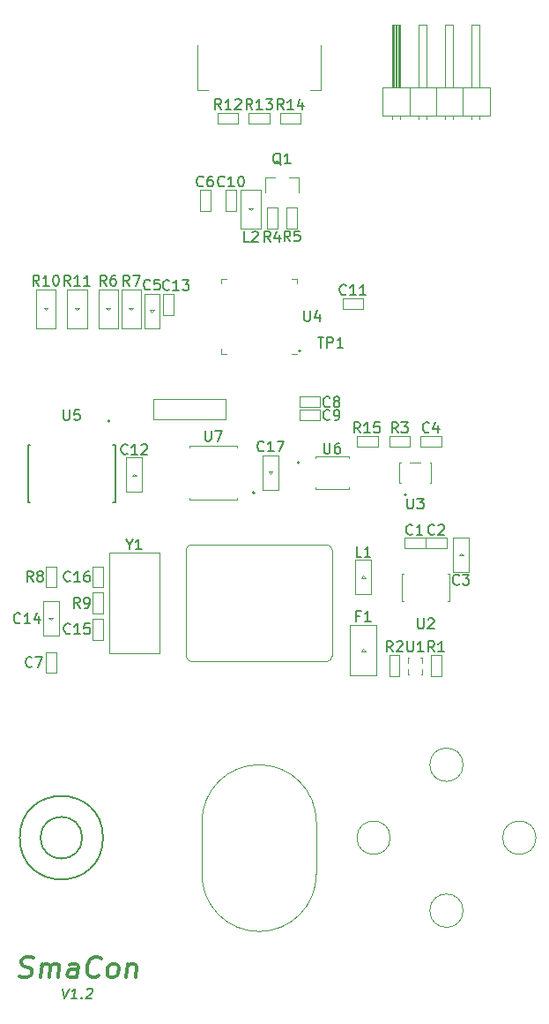
<source format=gto>
G04 #@! TF.GenerationSoftware,KiCad,Pcbnew,7.0.6*
G04 #@! TF.CreationDate,2023-08-21T22:19:32+09:00*
G04 #@! TF.ProjectId,SmaCon,536d6143-6f6e-42e6-9b69-6361645f7063,V1.2*
G04 #@! TF.SameCoordinates,Original*
G04 #@! TF.FileFunction,Legend,Top*
G04 #@! TF.FilePolarity,Positive*
%FSLAX46Y46*%
G04 Gerber Fmt 4.6, Leading zero omitted, Abs format (unit mm)*
G04 Created by KiCad (PCBNEW 7.0.6) date 2023-08-21 22:19:32*
%MOMM*%
%LPD*%
G01*
G04 APERTURE LIST*
%ADD10C,0.300000*%
%ADD11C,0.150000*%
%ADD12C,0.120000*%
%ADD13C,0.200000*%
%ADD14C,0.100000*%
G04 APERTURE END LIST*
D10*
X-23019047Y-93314400D02*
X-22745238Y-93409638D01*
X-22745238Y-93409638D02*
X-22269047Y-93409638D01*
X-22269047Y-93409638D02*
X-22066666Y-93314400D01*
X-22066666Y-93314400D02*
X-21959523Y-93219161D01*
X-21959523Y-93219161D02*
X-21840476Y-93028685D01*
X-21840476Y-93028685D02*
X-21816666Y-92838209D01*
X-21816666Y-92838209D02*
X-21888095Y-92647733D01*
X-21888095Y-92647733D02*
X-21971428Y-92552495D01*
X-21971428Y-92552495D02*
X-22150000Y-92457257D01*
X-22150000Y-92457257D02*
X-22519047Y-92362019D01*
X-22519047Y-92362019D02*
X-22697619Y-92266780D01*
X-22697619Y-92266780D02*
X-22780952Y-92171542D01*
X-22780952Y-92171542D02*
X-22852380Y-91981066D01*
X-22852380Y-91981066D02*
X-22828571Y-91790590D01*
X-22828571Y-91790590D02*
X-22709523Y-91600114D01*
X-22709523Y-91600114D02*
X-22602380Y-91504876D01*
X-22602380Y-91504876D02*
X-22400000Y-91409638D01*
X-22400000Y-91409638D02*
X-21923809Y-91409638D01*
X-21923809Y-91409638D02*
X-21650000Y-91504876D01*
X-21030952Y-93409638D02*
X-20864285Y-92076304D01*
X-20888095Y-92266780D02*
X-20780952Y-92171542D01*
X-20780952Y-92171542D02*
X-20578571Y-92076304D01*
X-20578571Y-92076304D02*
X-20292857Y-92076304D01*
X-20292857Y-92076304D02*
X-20114285Y-92171542D01*
X-20114285Y-92171542D02*
X-20042857Y-92362019D01*
X-20042857Y-92362019D02*
X-20173809Y-93409638D01*
X-20042857Y-92362019D02*
X-19923809Y-92171542D01*
X-19923809Y-92171542D02*
X-19721428Y-92076304D01*
X-19721428Y-92076304D02*
X-19435714Y-92076304D01*
X-19435714Y-92076304D02*
X-19257142Y-92171542D01*
X-19257142Y-92171542D02*
X-19185714Y-92362019D01*
X-19185714Y-92362019D02*
X-19316666Y-93409638D01*
X-17507142Y-93409638D02*
X-17376190Y-92362019D01*
X-17376190Y-92362019D02*
X-17447618Y-92171542D01*
X-17447618Y-92171542D02*
X-17626190Y-92076304D01*
X-17626190Y-92076304D02*
X-18007142Y-92076304D01*
X-18007142Y-92076304D02*
X-18209523Y-92171542D01*
X-17495237Y-93314400D02*
X-17697618Y-93409638D01*
X-17697618Y-93409638D02*
X-18173809Y-93409638D01*
X-18173809Y-93409638D02*
X-18352380Y-93314400D01*
X-18352380Y-93314400D02*
X-18423809Y-93123923D01*
X-18423809Y-93123923D02*
X-18399999Y-92933447D01*
X-18399999Y-92933447D02*
X-18280951Y-92742971D01*
X-18280951Y-92742971D02*
X-18078571Y-92647733D01*
X-18078571Y-92647733D02*
X-17602380Y-92647733D01*
X-17602380Y-92647733D02*
X-17399999Y-92552495D01*
X-15388094Y-93219161D02*
X-15495237Y-93314400D01*
X-15495237Y-93314400D02*
X-15792856Y-93409638D01*
X-15792856Y-93409638D02*
X-15983332Y-93409638D01*
X-15983332Y-93409638D02*
X-16257142Y-93314400D01*
X-16257142Y-93314400D02*
X-16423808Y-93123923D01*
X-16423808Y-93123923D02*
X-16495237Y-92933447D01*
X-16495237Y-92933447D02*
X-16542856Y-92552495D01*
X-16542856Y-92552495D02*
X-16507142Y-92266780D01*
X-16507142Y-92266780D02*
X-16364285Y-91885828D01*
X-16364285Y-91885828D02*
X-16245237Y-91695352D01*
X-16245237Y-91695352D02*
X-16030951Y-91504876D01*
X-16030951Y-91504876D02*
X-15733332Y-91409638D01*
X-15733332Y-91409638D02*
X-15542856Y-91409638D01*
X-15542856Y-91409638D02*
X-15269047Y-91504876D01*
X-15269047Y-91504876D02*
X-15185713Y-91600114D01*
X-14269047Y-93409638D02*
X-14447618Y-93314400D01*
X-14447618Y-93314400D02*
X-14530951Y-93219161D01*
X-14530951Y-93219161D02*
X-14602380Y-93028685D01*
X-14602380Y-93028685D02*
X-14530951Y-92457257D01*
X-14530951Y-92457257D02*
X-14411904Y-92266780D01*
X-14411904Y-92266780D02*
X-14304761Y-92171542D01*
X-14304761Y-92171542D02*
X-14102380Y-92076304D01*
X-14102380Y-92076304D02*
X-13816666Y-92076304D01*
X-13816666Y-92076304D02*
X-13638094Y-92171542D01*
X-13638094Y-92171542D02*
X-13554761Y-92266780D01*
X-13554761Y-92266780D02*
X-13483332Y-92457257D01*
X-13483332Y-92457257D02*
X-13554761Y-93028685D01*
X-13554761Y-93028685D02*
X-13673808Y-93219161D01*
X-13673808Y-93219161D02*
X-13780951Y-93314400D01*
X-13780951Y-93314400D02*
X-13983332Y-93409638D01*
X-13983332Y-93409638D02*
X-14269047Y-93409638D01*
X-12578570Y-92076304D02*
X-12745237Y-93409638D01*
X-12602380Y-92266780D02*
X-12495237Y-92171542D01*
X-12495237Y-92171542D02*
X-12292856Y-92076304D01*
X-12292856Y-92076304D02*
X-12007142Y-92076304D01*
X-12007142Y-92076304D02*
X-11828570Y-92171542D01*
X-11828570Y-92171542D02*
X-11757142Y-92362019D01*
X-11757142Y-92362019D02*
X-11888094Y-93409638D01*
D11*
X-18904761Y-94454819D02*
X-18696427Y-95454819D01*
X-18696427Y-95454819D02*
X-18238094Y-94454819D01*
X-17505951Y-95454819D02*
X-18077380Y-95454819D01*
X-17791665Y-95454819D02*
X-17666665Y-94454819D01*
X-17666665Y-94454819D02*
X-17779761Y-94597676D01*
X-17779761Y-94597676D02*
X-17886904Y-94692914D01*
X-17886904Y-94692914D02*
X-17988094Y-94740533D01*
X-17065475Y-95359580D02*
X-17023808Y-95407200D01*
X-17023808Y-95407200D02*
X-17077380Y-95454819D01*
X-17077380Y-95454819D02*
X-17119046Y-95407200D01*
X-17119046Y-95407200D02*
X-17065475Y-95359580D01*
X-17065475Y-95359580D02*
X-17077380Y-95454819D01*
X-16535713Y-94550057D02*
X-16482142Y-94502438D01*
X-16482142Y-94502438D02*
X-16380952Y-94454819D01*
X-16380952Y-94454819D02*
X-16142856Y-94454819D01*
X-16142856Y-94454819D02*
X-16053571Y-94502438D01*
X-16053571Y-94502438D02*
X-16011904Y-94550057D01*
X-16011904Y-94550057D02*
X-15976190Y-94645295D01*
X-15976190Y-94645295D02*
X-15988094Y-94740533D01*
X-15988094Y-94740533D02*
X-16053571Y-94883390D01*
X-16053571Y-94883390D02*
X-16696428Y-95454819D01*
X-16696428Y-95454819D02*
X-16077380Y-95454819D01*
X-18142857Y-55359580D02*
X-18190476Y-55407200D01*
X-18190476Y-55407200D02*
X-18333333Y-55454819D01*
X-18333333Y-55454819D02*
X-18428571Y-55454819D01*
X-18428571Y-55454819D02*
X-18571428Y-55407200D01*
X-18571428Y-55407200D02*
X-18666666Y-55311961D01*
X-18666666Y-55311961D02*
X-18714285Y-55216723D01*
X-18714285Y-55216723D02*
X-18761904Y-55026247D01*
X-18761904Y-55026247D02*
X-18761904Y-54883390D01*
X-18761904Y-54883390D02*
X-18714285Y-54692914D01*
X-18714285Y-54692914D02*
X-18666666Y-54597676D01*
X-18666666Y-54597676D02*
X-18571428Y-54502438D01*
X-18571428Y-54502438D02*
X-18428571Y-54454819D01*
X-18428571Y-54454819D02*
X-18333333Y-54454819D01*
X-18333333Y-54454819D02*
X-18190476Y-54502438D01*
X-18190476Y-54502438D02*
X-18142857Y-54550057D01*
X-17190476Y-55454819D02*
X-17761904Y-55454819D01*
X-17476190Y-55454819D02*
X-17476190Y-54454819D01*
X-17476190Y-54454819D02*
X-17571428Y-54597676D01*
X-17571428Y-54597676D02*
X-17666666Y-54692914D01*
X-17666666Y-54692914D02*
X-17761904Y-54740533D01*
X-16333333Y-54454819D02*
X-16523809Y-54454819D01*
X-16523809Y-54454819D02*
X-16619047Y-54502438D01*
X-16619047Y-54502438D02*
X-16666666Y-54550057D01*
X-16666666Y-54550057D02*
X-16761904Y-54692914D01*
X-16761904Y-54692914D02*
X-16809523Y-54883390D01*
X-16809523Y-54883390D02*
X-16809523Y-55264342D01*
X-16809523Y-55264342D02*
X-16761904Y-55359580D01*
X-16761904Y-55359580D02*
X-16714285Y-55407200D01*
X-16714285Y-55407200D02*
X-16619047Y-55454819D01*
X-16619047Y-55454819D02*
X-16428571Y-55454819D01*
X-16428571Y-55454819D02*
X-16333333Y-55407200D01*
X-16333333Y-55407200D02*
X-16285714Y-55359580D01*
X-16285714Y-55359580D02*
X-16238095Y-55264342D01*
X-16238095Y-55264342D02*
X-16238095Y-55026247D01*
X-16238095Y-55026247D02*
X-16285714Y-54931009D01*
X-16285714Y-54931009D02*
X-16333333Y-54883390D01*
X-16333333Y-54883390D02*
X-16428571Y-54835771D01*
X-16428571Y-54835771D02*
X-16619047Y-54835771D01*
X-16619047Y-54835771D02*
X-16714285Y-54883390D01*
X-16714285Y-54883390D02*
X-16761904Y-54931009D01*
X-16761904Y-54931009D02*
X-16809523Y-55026247D01*
X19233333Y-55659580D02*
X19185714Y-55707200D01*
X19185714Y-55707200D02*
X19042857Y-55754819D01*
X19042857Y-55754819D02*
X18947619Y-55754819D01*
X18947619Y-55754819D02*
X18804762Y-55707200D01*
X18804762Y-55707200D02*
X18709524Y-55611961D01*
X18709524Y-55611961D02*
X18661905Y-55516723D01*
X18661905Y-55516723D02*
X18614286Y-55326247D01*
X18614286Y-55326247D02*
X18614286Y-55183390D01*
X18614286Y-55183390D02*
X18661905Y-54992914D01*
X18661905Y-54992914D02*
X18709524Y-54897676D01*
X18709524Y-54897676D02*
X18804762Y-54802438D01*
X18804762Y-54802438D02*
X18947619Y-54754819D01*
X18947619Y-54754819D02*
X19042857Y-54754819D01*
X19042857Y-54754819D02*
X19185714Y-54802438D01*
X19185714Y-54802438D02*
X19233333Y-54850057D01*
X19566667Y-54754819D02*
X20185714Y-54754819D01*
X20185714Y-54754819D02*
X19852381Y-55135771D01*
X19852381Y-55135771D02*
X19995238Y-55135771D01*
X19995238Y-55135771D02*
X20090476Y-55183390D01*
X20090476Y-55183390D02*
X20138095Y-55231009D01*
X20138095Y-55231009D02*
X20185714Y-55326247D01*
X20185714Y-55326247D02*
X20185714Y-55564342D01*
X20185714Y-55564342D02*
X20138095Y-55659580D01*
X20138095Y-55659580D02*
X20090476Y-55707200D01*
X20090476Y-55707200D02*
X19995238Y-55754819D01*
X19995238Y-55754819D02*
X19709524Y-55754819D01*
X19709524Y-55754819D02*
X19614286Y-55707200D01*
X19614286Y-55707200D02*
X19566667Y-55659580D01*
X2104761Y-15450057D02*
X2009523Y-15402438D01*
X2009523Y-15402438D02*
X1914285Y-15307200D01*
X1914285Y-15307200D02*
X1771428Y-15164342D01*
X1771428Y-15164342D02*
X1676190Y-15116723D01*
X1676190Y-15116723D02*
X1580952Y-15116723D01*
X1628571Y-15354819D02*
X1533333Y-15307200D01*
X1533333Y-15307200D02*
X1438095Y-15211961D01*
X1438095Y-15211961D02*
X1390476Y-15021485D01*
X1390476Y-15021485D02*
X1390476Y-14688152D01*
X1390476Y-14688152D02*
X1438095Y-14497676D01*
X1438095Y-14497676D02*
X1533333Y-14402438D01*
X1533333Y-14402438D02*
X1628571Y-14354819D01*
X1628571Y-14354819D02*
X1819047Y-14354819D01*
X1819047Y-14354819D02*
X1914285Y-14402438D01*
X1914285Y-14402438D02*
X2009523Y-14497676D01*
X2009523Y-14497676D02*
X2057142Y-14688152D01*
X2057142Y-14688152D02*
X2057142Y-15021485D01*
X2057142Y-15021485D02*
X2009523Y-15211961D01*
X2009523Y-15211961D02*
X1914285Y-15307200D01*
X1914285Y-15307200D02*
X1819047Y-15354819D01*
X1819047Y-15354819D02*
X1628571Y-15354819D01*
X3009523Y-15354819D02*
X2438095Y-15354819D01*
X2723809Y-15354819D02*
X2723809Y-14354819D01*
X2723809Y-14354819D02*
X2628571Y-14497676D01*
X2628571Y-14497676D02*
X2533333Y-14592914D01*
X2533333Y-14592914D02*
X2438095Y-14640533D01*
X4338095Y-29454819D02*
X4338095Y-30264342D01*
X4338095Y-30264342D02*
X4385714Y-30359580D01*
X4385714Y-30359580D02*
X4433333Y-30407200D01*
X4433333Y-30407200D02*
X4528571Y-30454819D01*
X4528571Y-30454819D02*
X4719047Y-30454819D01*
X4719047Y-30454819D02*
X4814285Y-30407200D01*
X4814285Y-30407200D02*
X4861904Y-30359580D01*
X4861904Y-30359580D02*
X4909523Y-30264342D01*
X4909523Y-30264342D02*
X4909523Y-29454819D01*
X5814285Y-29788152D02*
X5814285Y-30454819D01*
X5576190Y-29407200D02*
X5338095Y-30121485D01*
X5338095Y-30121485D02*
X5957142Y-30121485D01*
X-18142857Y-27054819D02*
X-18476190Y-26578628D01*
X-18714285Y-27054819D02*
X-18714285Y-26054819D01*
X-18714285Y-26054819D02*
X-18333333Y-26054819D01*
X-18333333Y-26054819D02*
X-18238095Y-26102438D01*
X-18238095Y-26102438D02*
X-18190476Y-26150057D01*
X-18190476Y-26150057D02*
X-18142857Y-26245295D01*
X-18142857Y-26245295D02*
X-18142857Y-26388152D01*
X-18142857Y-26388152D02*
X-18190476Y-26483390D01*
X-18190476Y-26483390D02*
X-18238095Y-26531009D01*
X-18238095Y-26531009D02*
X-18333333Y-26578628D01*
X-18333333Y-26578628D02*
X-18714285Y-26578628D01*
X-17190476Y-27054819D02*
X-17761904Y-27054819D01*
X-17476190Y-27054819D02*
X-17476190Y-26054819D01*
X-17476190Y-26054819D02*
X-17571428Y-26197676D01*
X-17571428Y-26197676D02*
X-17666666Y-26292914D01*
X-17666666Y-26292914D02*
X-17761904Y-26340533D01*
X-16238095Y-27054819D02*
X-16809523Y-27054819D01*
X-16523809Y-27054819D02*
X-16523809Y-26054819D01*
X-16523809Y-26054819D02*
X-16619047Y-26197676D01*
X-16619047Y-26197676D02*
X-16714285Y-26292914D01*
X-16714285Y-26292914D02*
X-16809523Y-26340533D01*
X16333333Y-41059580D02*
X16285714Y-41107200D01*
X16285714Y-41107200D02*
X16142857Y-41154819D01*
X16142857Y-41154819D02*
X16047619Y-41154819D01*
X16047619Y-41154819D02*
X15904762Y-41107200D01*
X15904762Y-41107200D02*
X15809524Y-41011961D01*
X15809524Y-41011961D02*
X15761905Y-40916723D01*
X15761905Y-40916723D02*
X15714286Y-40726247D01*
X15714286Y-40726247D02*
X15714286Y-40583390D01*
X15714286Y-40583390D02*
X15761905Y-40392914D01*
X15761905Y-40392914D02*
X15809524Y-40297676D01*
X15809524Y-40297676D02*
X15904762Y-40202438D01*
X15904762Y-40202438D02*
X16047619Y-40154819D01*
X16047619Y-40154819D02*
X16142857Y-40154819D01*
X16142857Y-40154819D02*
X16285714Y-40202438D01*
X16285714Y-40202438D02*
X16333333Y-40250057D01*
X17190476Y-40488152D02*
X17190476Y-41154819D01*
X16952381Y-40107200D02*
X16714286Y-40821485D01*
X16714286Y-40821485D02*
X17333333Y-40821485D01*
X12833333Y-62154819D02*
X12500000Y-61678628D01*
X12261905Y-62154819D02*
X12261905Y-61154819D01*
X12261905Y-61154819D02*
X12642857Y-61154819D01*
X12642857Y-61154819D02*
X12738095Y-61202438D01*
X12738095Y-61202438D02*
X12785714Y-61250057D01*
X12785714Y-61250057D02*
X12833333Y-61345295D01*
X12833333Y-61345295D02*
X12833333Y-61488152D01*
X12833333Y-61488152D02*
X12785714Y-61583390D01*
X12785714Y-61583390D02*
X12738095Y-61631009D01*
X12738095Y-61631009D02*
X12642857Y-61678628D01*
X12642857Y-61678628D02*
X12261905Y-61678628D01*
X13214286Y-61250057D02*
X13261905Y-61202438D01*
X13261905Y-61202438D02*
X13357143Y-61154819D01*
X13357143Y-61154819D02*
X13595238Y-61154819D01*
X13595238Y-61154819D02*
X13690476Y-61202438D01*
X13690476Y-61202438D02*
X13738095Y-61250057D01*
X13738095Y-61250057D02*
X13785714Y-61345295D01*
X13785714Y-61345295D02*
X13785714Y-61440533D01*
X13785714Y-61440533D02*
X13738095Y-61583390D01*
X13738095Y-61583390D02*
X13166667Y-62154819D01*
X13166667Y-62154819D02*
X13785714Y-62154819D01*
X-12476190Y-51878628D02*
X-12476190Y-52354819D01*
X-12809523Y-51354819D02*
X-12476190Y-51878628D01*
X-12476190Y-51878628D02*
X-12142857Y-51354819D01*
X-11285714Y-52354819D02*
X-11857142Y-52354819D01*
X-11571428Y-52354819D02*
X-11571428Y-51354819D01*
X-11571428Y-51354819D02*
X-11666666Y-51497676D01*
X-11666666Y-51497676D02*
X-11761904Y-51592914D01*
X-11761904Y-51592914D02*
X-11857142Y-51640533D01*
X-12642857Y-43159580D02*
X-12690476Y-43207200D01*
X-12690476Y-43207200D02*
X-12833333Y-43254819D01*
X-12833333Y-43254819D02*
X-12928571Y-43254819D01*
X-12928571Y-43254819D02*
X-13071428Y-43207200D01*
X-13071428Y-43207200D02*
X-13166666Y-43111961D01*
X-13166666Y-43111961D02*
X-13214285Y-43016723D01*
X-13214285Y-43016723D02*
X-13261904Y-42826247D01*
X-13261904Y-42826247D02*
X-13261904Y-42683390D01*
X-13261904Y-42683390D02*
X-13214285Y-42492914D01*
X-13214285Y-42492914D02*
X-13166666Y-42397676D01*
X-13166666Y-42397676D02*
X-13071428Y-42302438D01*
X-13071428Y-42302438D02*
X-12928571Y-42254819D01*
X-12928571Y-42254819D02*
X-12833333Y-42254819D01*
X-12833333Y-42254819D02*
X-12690476Y-42302438D01*
X-12690476Y-42302438D02*
X-12642857Y-42350057D01*
X-11690476Y-43254819D02*
X-12261904Y-43254819D01*
X-11976190Y-43254819D02*
X-11976190Y-42254819D01*
X-11976190Y-42254819D02*
X-12071428Y-42397676D01*
X-12071428Y-42397676D02*
X-12166666Y-42492914D01*
X-12166666Y-42492914D02*
X-12261904Y-42540533D01*
X-11309523Y-42350057D02*
X-11261904Y-42302438D01*
X-11261904Y-42302438D02*
X-11166666Y-42254819D01*
X-11166666Y-42254819D02*
X-10928571Y-42254819D01*
X-10928571Y-42254819D02*
X-10833333Y-42302438D01*
X-10833333Y-42302438D02*
X-10785714Y-42350057D01*
X-10785714Y-42350057D02*
X-10738095Y-42445295D01*
X-10738095Y-42445295D02*
X-10738095Y-42540533D01*
X-10738095Y-42540533D02*
X-10785714Y-42683390D01*
X-10785714Y-42683390D02*
X-11357142Y-43254819D01*
X-11357142Y-43254819D02*
X-10738095Y-43254819D01*
X-22942857Y-59359580D02*
X-22990476Y-59407200D01*
X-22990476Y-59407200D02*
X-23133333Y-59454819D01*
X-23133333Y-59454819D02*
X-23228571Y-59454819D01*
X-23228571Y-59454819D02*
X-23371428Y-59407200D01*
X-23371428Y-59407200D02*
X-23466666Y-59311961D01*
X-23466666Y-59311961D02*
X-23514285Y-59216723D01*
X-23514285Y-59216723D02*
X-23561904Y-59026247D01*
X-23561904Y-59026247D02*
X-23561904Y-58883390D01*
X-23561904Y-58883390D02*
X-23514285Y-58692914D01*
X-23514285Y-58692914D02*
X-23466666Y-58597676D01*
X-23466666Y-58597676D02*
X-23371428Y-58502438D01*
X-23371428Y-58502438D02*
X-23228571Y-58454819D01*
X-23228571Y-58454819D02*
X-23133333Y-58454819D01*
X-23133333Y-58454819D02*
X-22990476Y-58502438D01*
X-22990476Y-58502438D02*
X-22942857Y-58550057D01*
X-21990476Y-59454819D02*
X-22561904Y-59454819D01*
X-22276190Y-59454819D02*
X-22276190Y-58454819D01*
X-22276190Y-58454819D02*
X-22371428Y-58597676D01*
X-22371428Y-58597676D02*
X-22466666Y-58692914D01*
X-22466666Y-58692914D02*
X-22561904Y-58740533D01*
X-21133333Y-58788152D02*
X-21133333Y-59454819D01*
X-21371428Y-58407200D02*
X-21609523Y-59121485D01*
X-21609523Y-59121485D02*
X-20990476Y-59121485D01*
X14733333Y-50859580D02*
X14685714Y-50907200D01*
X14685714Y-50907200D02*
X14542857Y-50954819D01*
X14542857Y-50954819D02*
X14447619Y-50954819D01*
X14447619Y-50954819D02*
X14304762Y-50907200D01*
X14304762Y-50907200D02*
X14209524Y-50811961D01*
X14209524Y-50811961D02*
X14161905Y-50716723D01*
X14161905Y-50716723D02*
X14114286Y-50526247D01*
X14114286Y-50526247D02*
X14114286Y-50383390D01*
X14114286Y-50383390D02*
X14161905Y-50192914D01*
X14161905Y-50192914D02*
X14209524Y-50097676D01*
X14209524Y-50097676D02*
X14304762Y-50002438D01*
X14304762Y-50002438D02*
X14447619Y-49954819D01*
X14447619Y-49954819D02*
X14542857Y-49954819D01*
X14542857Y-49954819D02*
X14685714Y-50002438D01*
X14685714Y-50002438D02*
X14733333Y-50050057D01*
X15685714Y-50954819D02*
X15114286Y-50954819D01*
X15400000Y-50954819D02*
X15400000Y-49954819D01*
X15400000Y-49954819D02*
X15304762Y-50097676D01*
X15304762Y-50097676D02*
X15209524Y-50192914D01*
X15209524Y-50192914D02*
X15114286Y-50240533D01*
X-18142857Y-60359580D02*
X-18190476Y-60407200D01*
X-18190476Y-60407200D02*
X-18333333Y-60454819D01*
X-18333333Y-60454819D02*
X-18428571Y-60454819D01*
X-18428571Y-60454819D02*
X-18571428Y-60407200D01*
X-18571428Y-60407200D02*
X-18666666Y-60311961D01*
X-18666666Y-60311961D02*
X-18714285Y-60216723D01*
X-18714285Y-60216723D02*
X-18761904Y-60026247D01*
X-18761904Y-60026247D02*
X-18761904Y-59883390D01*
X-18761904Y-59883390D02*
X-18714285Y-59692914D01*
X-18714285Y-59692914D02*
X-18666666Y-59597676D01*
X-18666666Y-59597676D02*
X-18571428Y-59502438D01*
X-18571428Y-59502438D02*
X-18428571Y-59454819D01*
X-18428571Y-59454819D02*
X-18333333Y-59454819D01*
X-18333333Y-59454819D02*
X-18190476Y-59502438D01*
X-18190476Y-59502438D02*
X-18142857Y-59550057D01*
X-17190476Y-60454819D02*
X-17761904Y-60454819D01*
X-17476190Y-60454819D02*
X-17476190Y-59454819D01*
X-17476190Y-59454819D02*
X-17571428Y-59597676D01*
X-17571428Y-59597676D02*
X-17666666Y-59692914D01*
X-17666666Y-59692914D02*
X-17761904Y-59740533D01*
X-16285714Y-59454819D02*
X-16761904Y-59454819D01*
X-16761904Y-59454819D02*
X-16809523Y-59931009D01*
X-16809523Y-59931009D02*
X-16761904Y-59883390D01*
X-16761904Y-59883390D02*
X-16666666Y-59835771D01*
X-16666666Y-59835771D02*
X-16428571Y-59835771D01*
X-16428571Y-59835771D02*
X-16333333Y-59883390D01*
X-16333333Y-59883390D02*
X-16285714Y-59931009D01*
X-16285714Y-59931009D02*
X-16238095Y-60026247D01*
X-16238095Y-60026247D02*
X-16238095Y-60264342D01*
X-16238095Y-60264342D02*
X-16285714Y-60359580D01*
X-16285714Y-60359580D02*
X-16333333Y-60407200D01*
X-16333333Y-60407200D02*
X-16428571Y-60454819D01*
X-16428571Y-60454819D02*
X-16666666Y-60454819D01*
X-16666666Y-60454819D02*
X-16761904Y-60407200D01*
X-16761904Y-60407200D02*
X-16809523Y-60359580D01*
X-21816666Y-63559580D02*
X-21864285Y-63607200D01*
X-21864285Y-63607200D02*
X-22007142Y-63654819D01*
X-22007142Y-63654819D02*
X-22102380Y-63654819D01*
X-22102380Y-63654819D02*
X-22245237Y-63607200D01*
X-22245237Y-63607200D02*
X-22340475Y-63511961D01*
X-22340475Y-63511961D02*
X-22388094Y-63416723D01*
X-22388094Y-63416723D02*
X-22435713Y-63226247D01*
X-22435713Y-63226247D02*
X-22435713Y-63083390D01*
X-22435713Y-63083390D02*
X-22388094Y-62892914D01*
X-22388094Y-62892914D02*
X-22340475Y-62797676D01*
X-22340475Y-62797676D02*
X-22245237Y-62702438D01*
X-22245237Y-62702438D02*
X-22102380Y-62654819D01*
X-22102380Y-62654819D02*
X-22007142Y-62654819D01*
X-22007142Y-62654819D02*
X-21864285Y-62702438D01*
X-21864285Y-62702438D02*
X-21816666Y-62750057D01*
X-21483332Y-62654819D02*
X-20816666Y-62654819D01*
X-20816666Y-62654819D02*
X-21245237Y-63654819D01*
X-10466666Y-27359580D02*
X-10514285Y-27407200D01*
X-10514285Y-27407200D02*
X-10657142Y-27454819D01*
X-10657142Y-27454819D02*
X-10752380Y-27454819D01*
X-10752380Y-27454819D02*
X-10895237Y-27407200D01*
X-10895237Y-27407200D02*
X-10990475Y-27311961D01*
X-10990475Y-27311961D02*
X-11038094Y-27216723D01*
X-11038094Y-27216723D02*
X-11085713Y-27026247D01*
X-11085713Y-27026247D02*
X-11085713Y-26883390D01*
X-11085713Y-26883390D02*
X-11038094Y-26692914D01*
X-11038094Y-26692914D02*
X-10990475Y-26597676D01*
X-10990475Y-26597676D02*
X-10895237Y-26502438D01*
X-10895237Y-26502438D02*
X-10752380Y-26454819D01*
X-10752380Y-26454819D02*
X-10657142Y-26454819D01*
X-10657142Y-26454819D02*
X-10514285Y-26502438D01*
X-10514285Y-26502438D02*
X-10466666Y-26550057D01*
X-9561904Y-26454819D02*
X-10038094Y-26454819D01*
X-10038094Y-26454819D02*
X-10085713Y-26931009D01*
X-10085713Y-26931009D02*
X-10038094Y-26883390D01*
X-10038094Y-26883390D02*
X-9942856Y-26835771D01*
X-9942856Y-26835771D02*
X-9704761Y-26835771D01*
X-9704761Y-26835771D02*
X-9609523Y-26883390D01*
X-9609523Y-26883390D02*
X-9561904Y-26931009D01*
X-9561904Y-26931009D02*
X-9514285Y-27026247D01*
X-9514285Y-27026247D02*
X-9514285Y-27264342D01*
X-9514285Y-27264342D02*
X-9561904Y-27359580D01*
X-9561904Y-27359580D02*
X-9609523Y-27407200D01*
X-9609523Y-27407200D02*
X-9704761Y-27454819D01*
X-9704761Y-27454819D02*
X-9942856Y-27454819D01*
X-9942856Y-27454819D02*
X-10038094Y-27407200D01*
X-10038094Y-27407200D02*
X-10085713Y-27359580D01*
X457142Y-42859580D02*
X409523Y-42907200D01*
X409523Y-42907200D02*
X266666Y-42954819D01*
X266666Y-42954819D02*
X171428Y-42954819D01*
X171428Y-42954819D02*
X28571Y-42907200D01*
X28571Y-42907200D02*
X-66666Y-42811961D01*
X-66666Y-42811961D02*
X-114285Y-42716723D01*
X-114285Y-42716723D02*
X-161904Y-42526247D01*
X-161904Y-42526247D02*
X-161904Y-42383390D01*
X-161904Y-42383390D02*
X-114285Y-42192914D01*
X-114285Y-42192914D02*
X-66666Y-42097676D01*
X-66666Y-42097676D02*
X28571Y-42002438D01*
X28571Y-42002438D02*
X171428Y-41954819D01*
X171428Y-41954819D02*
X266666Y-41954819D01*
X266666Y-41954819D02*
X409523Y-42002438D01*
X409523Y-42002438D02*
X457142Y-42050057D01*
X1409523Y-42954819D02*
X838095Y-42954819D01*
X1123809Y-42954819D02*
X1123809Y-41954819D01*
X1123809Y-41954819D02*
X1028571Y-42097676D01*
X1028571Y-42097676D02*
X933333Y-42192914D01*
X933333Y-42192914D02*
X838095Y-42240533D01*
X1742857Y-41954819D02*
X2409523Y-41954819D01*
X2409523Y-41954819D02*
X1980952Y-42954819D01*
X9707142Y-41154819D02*
X9373809Y-40678628D01*
X9135714Y-41154819D02*
X9135714Y-40154819D01*
X9135714Y-40154819D02*
X9516666Y-40154819D01*
X9516666Y-40154819D02*
X9611904Y-40202438D01*
X9611904Y-40202438D02*
X9659523Y-40250057D01*
X9659523Y-40250057D02*
X9707142Y-40345295D01*
X9707142Y-40345295D02*
X9707142Y-40488152D01*
X9707142Y-40488152D02*
X9659523Y-40583390D01*
X9659523Y-40583390D02*
X9611904Y-40631009D01*
X9611904Y-40631009D02*
X9516666Y-40678628D01*
X9516666Y-40678628D02*
X9135714Y-40678628D01*
X10659523Y-41154819D02*
X10088095Y-41154819D01*
X10373809Y-41154819D02*
X10373809Y-40154819D01*
X10373809Y-40154819D02*
X10278571Y-40297676D01*
X10278571Y-40297676D02*
X10183333Y-40392914D01*
X10183333Y-40392914D02*
X10088095Y-40440533D01*
X11564285Y-40154819D02*
X11088095Y-40154819D01*
X11088095Y-40154819D02*
X11040476Y-40631009D01*
X11040476Y-40631009D02*
X11088095Y-40583390D01*
X11088095Y-40583390D02*
X11183333Y-40535771D01*
X11183333Y-40535771D02*
X11421428Y-40535771D01*
X11421428Y-40535771D02*
X11516666Y-40583390D01*
X11516666Y-40583390D02*
X11564285Y-40631009D01*
X11564285Y-40631009D02*
X11611904Y-40726247D01*
X11611904Y-40726247D02*
X11611904Y-40964342D01*
X11611904Y-40964342D02*
X11564285Y-41059580D01*
X11564285Y-41059580D02*
X11516666Y-41107200D01*
X11516666Y-41107200D02*
X11421428Y-41154819D01*
X11421428Y-41154819D02*
X11183333Y-41154819D01*
X11183333Y-41154819D02*
X11088095Y-41107200D01*
X11088095Y-41107200D02*
X11040476Y-41059580D01*
X1083333Y-22854819D02*
X750000Y-22378628D01*
X511905Y-22854819D02*
X511905Y-21854819D01*
X511905Y-21854819D02*
X892857Y-21854819D01*
X892857Y-21854819D02*
X988095Y-21902438D01*
X988095Y-21902438D02*
X1035714Y-21950057D01*
X1035714Y-21950057D02*
X1083333Y-22045295D01*
X1083333Y-22045295D02*
X1083333Y-22188152D01*
X1083333Y-22188152D02*
X1035714Y-22283390D01*
X1035714Y-22283390D02*
X988095Y-22331009D01*
X988095Y-22331009D02*
X892857Y-22378628D01*
X892857Y-22378628D02*
X511905Y-22378628D01*
X1940476Y-22188152D02*
X1940476Y-22854819D01*
X1702381Y-21807200D02*
X1464286Y-22521485D01*
X1464286Y-22521485D02*
X2083333Y-22521485D01*
X-3342857Y-17459580D02*
X-3390476Y-17507200D01*
X-3390476Y-17507200D02*
X-3533333Y-17554819D01*
X-3533333Y-17554819D02*
X-3628571Y-17554819D01*
X-3628571Y-17554819D02*
X-3771428Y-17507200D01*
X-3771428Y-17507200D02*
X-3866666Y-17411961D01*
X-3866666Y-17411961D02*
X-3914285Y-17316723D01*
X-3914285Y-17316723D02*
X-3961904Y-17126247D01*
X-3961904Y-17126247D02*
X-3961904Y-16983390D01*
X-3961904Y-16983390D02*
X-3914285Y-16792914D01*
X-3914285Y-16792914D02*
X-3866666Y-16697676D01*
X-3866666Y-16697676D02*
X-3771428Y-16602438D01*
X-3771428Y-16602438D02*
X-3628571Y-16554819D01*
X-3628571Y-16554819D02*
X-3533333Y-16554819D01*
X-3533333Y-16554819D02*
X-3390476Y-16602438D01*
X-3390476Y-16602438D02*
X-3342857Y-16650057D01*
X-2390476Y-17554819D02*
X-2961904Y-17554819D01*
X-2676190Y-17554819D02*
X-2676190Y-16554819D01*
X-2676190Y-16554819D02*
X-2771428Y-16697676D01*
X-2771428Y-16697676D02*
X-2866666Y-16792914D01*
X-2866666Y-16792914D02*
X-2961904Y-16840533D01*
X-1771428Y-16554819D02*
X-1676190Y-16554819D01*
X-1676190Y-16554819D02*
X-1580952Y-16602438D01*
X-1580952Y-16602438D02*
X-1533333Y-16650057D01*
X-1533333Y-16650057D02*
X-1485714Y-16745295D01*
X-1485714Y-16745295D02*
X-1438095Y-16935771D01*
X-1438095Y-16935771D02*
X-1438095Y-17173866D01*
X-1438095Y-17173866D02*
X-1485714Y-17364342D01*
X-1485714Y-17364342D02*
X-1533333Y-17459580D01*
X-1533333Y-17459580D02*
X-1580952Y-17507200D01*
X-1580952Y-17507200D02*
X-1676190Y-17554819D01*
X-1676190Y-17554819D02*
X-1771428Y-17554819D01*
X-1771428Y-17554819D02*
X-1866666Y-17507200D01*
X-1866666Y-17507200D02*
X-1914285Y-17459580D01*
X-1914285Y-17459580D02*
X-1961904Y-17364342D01*
X-1961904Y-17364342D02*
X-2009523Y-17173866D01*
X-2009523Y-17173866D02*
X-2009523Y-16935771D01*
X-2009523Y-16935771D02*
X-1961904Y-16745295D01*
X-1961904Y-16745295D02*
X-1914285Y-16650057D01*
X-1914285Y-16650057D02*
X-1866666Y-16602438D01*
X-1866666Y-16602438D02*
X-1771428Y-16554819D01*
X2357142Y-10154819D02*
X2023809Y-9678628D01*
X1785714Y-10154819D02*
X1785714Y-9154819D01*
X1785714Y-9154819D02*
X2166666Y-9154819D01*
X2166666Y-9154819D02*
X2261904Y-9202438D01*
X2261904Y-9202438D02*
X2309523Y-9250057D01*
X2309523Y-9250057D02*
X2357142Y-9345295D01*
X2357142Y-9345295D02*
X2357142Y-9488152D01*
X2357142Y-9488152D02*
X2309523Y-9583390D01*
X2309523Y-9583390D02*
X2261904Y-9631009D01*
X2261904Y-9631009D02*
X2166666Y-9678628D01*
X2166666Y-9678628D02*
X1785714Y-9678628D01*
X3309523Y-10154819D02*
X2738095Y-10154819D01*
X3023809Y-10154819D02*
X3023809Y-9154819D01*
X3023809Y-9154819D02*
X2928571Y-9297676D01*
X2928571Y-9297676D02*
X2833333Y-9392914D01*
X2833333Y-9392914D02*
X2738095Y-9440533D01*
X4166666Y-9488152D02*
X4166666Y-10154819D01*
X3928571Y-9107200D02*
X3690476Y-9821485D01*
X3690476Y-9821485D02*
X4309523Y-9821485D01*
X-966666Y-22854819D02*
X-1442856Y-22854819D01*
X-1442856Y-22854819D02*
X-1442856Y-21854819D01*
X-680951Y-21950057D02*
X-633332Y-21902438D01*
X-633332Y-21902438D02*
X-538094Y-21854819D01*
X-538094Y-21854819D02*
X-299999Y-21854819D01*
X-299999Y-21854819D02*
X-204761Y-21902438D01*
X-204761Y-21902438D02*
X-157142Y-21950057D01*
X-157142Y-21950057D02*
X-109523Y-22045295D01*
X-109523Y-22045295D02*
X-109523Y-22140533D01*
X-109523Y-22140533D02*
X-157142Y-22283390D01*
X-157142Y-22283390D02*
X-728570Y-22854819D01*
X-728570Y-22854819D02*
X-109523Y-22854819D01*
X9833333Y-53054819D02*
X9357143Y-53054819D01*
X9357143Y-53054819D02*
X9357143Y-52054819D01*
X10690476Y-53054819D02*
X10119048Y-53054819D01*
X10404762Y-53054819D02*
X10404762Y-52054819D01*
X10404762Y-52054819D02*
X10309524Y-52197676D01*
X10309524Y-52197676D02*
X10214286Y-52292914D01*
X10214286Y-52292914D02*
X10119048Y-52340533D01*
X15238095Y-58954819D02*
X15238095Y-59764342D01*
X15238095Y-59764342D02*
X15285714Y-59859580D01*
X15285714Y-59859580D02*
X15333333Y-59907200D01*
X15333333Y-59907200D02*
X15428571Y-59954819D01*
X15428571Y-59954819D02*
X15619047Y-59954819D01*
X15619047Y-59954819D02*
X15714285Y-59907200D01*
X15714285Y-59907200D02*
X15761904Y-59859580D01*
X15761904Y-59859580D02*
X15809523Y-59764342D01*
X15809523Y-59764342D02*
X15809523Y-58954819D01*
X16238095Y-59050057D02*
X16285714Y-59002438D01*
X16285714Y-59002438D02*
X16380952Y-58954819D01*
X16380952Y-58954819D02*
X16619047Y-58954819D01*
X16619047Y-58954819D02*
X16714285Y-59002438D01*
X16714285Y-59002438D02*
X16761904Y-59050057D01*
X16761904Y-59050057D02*
X16809523Y-59145295D01*
X16809523Y-59145295D02*
X16809523Y-59240533D01*
X16809523Y-59240533D02*
X16761904Y-59383390D01*
X16761904Y-59383390D02*
X16190476Y-59954819D01*
X16190476Y-59954819D02*
X16809523Y-59954819D01*
X13333333Y-41154819D02*
X13000000Y-40678628D01*
X12761905Y-41154819D02*
X12761905Y-40154819D01*
X12761905Y-40154819D02*
X13142857Y-40154819D01*
X13142857Y-40154819D02*
X13238095Y-40202438D01*
X13238095Y-40202438D02*
X13285714Y-40250057D01*
X13285714Y-40250057D02*
X13333333Y-40345295D01*
X13333333Y-40345295D02*
X13333333Y-40488152D01*
X13333333Y-40488152D02*
X13285714Y-40583390D01*
X13285714Y-40583390D02*
X13238095Y-40631009D01*
X13238095Y-40631009D02*
X13142857Y-40678628D01*
X13142857Y-40678628D02*
X12761905Y-40678628D01*
X13666667Y-40154819D02*
X14285714Y-40154819D01*
X14285714Y-40154819D02*
X13952381Y-40535771D01*
X13952381Y-40535771D02*
X14095238Y-40535771D01*
X14095238Y-40535771D02*
X14190476Y-40583390D01*
X14190476Y-40583390D02*
X14238095Y-40631009D01*
X14238095Y-40631009D02*
X14285714Y-40726247D01*
X14285714Y-40726247D02*
X14285714Y-40964342D01*
X14285714Y-40964342D02*
X14238095Y-41059580D01*
X14238095Y-41059580D02*
X14190476Y-41107200D01*
X14190476Y-41107200D02*
X14095238Y-41154819D01*
X14095238Y-41154819D02*
X13809524Y-41154819D01*
X13809524Y-41154819D02*
X13714286Y-41107200D01*
X13714286Y-41107200D02*
X13666667Y-41059580D01*
X14238095Y-47454819D02*
X14238095Y-48264342D01*
X14238095Y-48264342D02*
X14285714Y-48359580D01*
X14285714Y-48359580D02*
X14333333Y-48407200D01*
X14333333Y-48407200D02*
X14428571Y-48454819D01*
X14428571Y-48454819D02*
X14619047Y-48454819D01*
X14619047Y-48454819D02*
X14714285Y-48407200D01*
X14714285Y-48407200D02*
X14761904Y-48359580D01*
X14761904Y-48359580D02*
X14809523Y-48264342D01*
X14809523Y-48264342D02*
X14809523Y-47454819D01*
X15190476Y-47454819D02*
X15809523Y-47454819D01*
X15809523Y-47454819D02*
X15476190Y-47835771D01*
X15476190Y-47835771D02*
X15619047Y-47835771D01*
X15619047Y-47835771D02*
X15714285Y-47883390D01*
X15714285Y-47883390D02*
X15761904Y-47931009D01*
X15761904Y-47931009D02*
X15809523Y-48026247D01*
X15809523Y-48026247D02*
X15809523Y-48264342D01*
X15809523Y-48264342D02*
X15761904Y-48359580D01*
X15761904Y-48359580D02*
X15714285Y-48407200D01*
X15714285Y-48407200D02*
X15619047Y-48454819D01*
X15619047Y-48454819D02*
X15333333Y-48454819D01*
X15333333Y-48454819D02*
X15238095Y-48407200D01*
X15238095Y-48407200D02*
X15190476Y-48359580D01*
X6783333Y-39859580D02*
X6735714Y-39907200D01*
X6735714Y-39907200D02*
X6592857Y-39954819D01*
X6592857Y-39954819D02*
X6497619Y-39954819D01*
X6497619Y-39954819D02*
X6354762Y-39907200D01*
X6354762Y-39907200D02*
X6259524Y-39811961D01*
X6259524Y-39811961D02*
X6211905Y-39716723D01*
X6211905Y-39716723D02*
X6164286Y-39526247D01*
X6164286Y-39526247D02*
X6164286Y-39383390D01*
X6164286Y-39383390D02*
X6211905Y-39192914D01*
X6211905Y-39192914D02*
X6259524Y-39097676D01*
X6259524Y-39097676D02*
X6354762Y-39002438D01*
X6354762Y-39002438D02*
X6497619Y-38954819D01*
X6497619Y-38954819D02*
X6592857Y-38954819D01*
X6592857Y-38954819D02*
X6735714Y-39002438D01*
X6735714Y-39002438D02*
X6783333Y-39050057D01*
X7259524Y-39954819D02*
X7450000Y-39954819D01*
X7450000Y-39954819D02*
X7545238Y-39907200D01*
X7545238Y-39907200D02*
X7592857Y-39859580D01*
X7592857Y-39859580D02*
X7688095Y-39716723D01*
X7688095Y-39716723D02*
X7735714Y-39526247D01*
X7735714Y-39526247D02*
X7735714Y-39145295D01*
X7735714Y-39145295D02*
X7688095Y-39050057D01*
X7688095Y-39050057D02*
X7640476Y-39002438D01*
X7640476Y-39002438D02*
X7545238Y-38954819D01*
X7545238Y-38954819D02*
X7354762Y-38954819D01*
X7354762Y-38954819D02*
X7259524Y-39002438D01*
X7259524Y-39002438D02*
X7211905Y-39050057D01*
X7211905Y-39050057D02*
X7164286Y-39145295D01*
X7164286Y-39145295D02*
X7164286Y-39383390D01*
X7164286Y-39383390D02*
X7211905Y-39478628D01*
X7211905Y-39478628D02*
X7259524Y-39526247D01*
X7259524Y-39526247D02*
X7354762Y-39573866D01*
X7354762Y-39573866D02*
X7545238Y-39573866D01*
X7545238Y-39573866D02*
X7640476Y-39526247D01*
X7640476Y-39526247D02*
X7688095Y-39478628D01*
X7688095Y-39478628D02*
X7735714Y-39383390D01*
X6783333Y-38609580D02*
X6735714Y-38657200D01*
X6735714Y-38657200D02*
X6592857Y-38704819D01*
X6592857Y-38704819D02*
X6497619Y-38704819D01*
X6497619Y-38704819D02*
X6354762Y-38657200D01*
X6354762Y-38657200D02*
X6259524Y-38561961D01*
X6259524Y-38561961D02*
X6211905Y-38466723D01*
X6211905Y-38466723D02*
X6164286Y-38276247D01*
X6164286Y-38276247D02*
X6164286Y-38133390D01*
X6164286Y-38133390D02*
X6211905Y-37942914D01*
X6211905Y-37942914D02*
X6259524Y-37847676D01*
X6259524Y-37847676D02*
X6354762Y-37752438D01*
X6354762Y-37752438D02*
X6497619Y-37704819D01*
X6497619Y-37704819D02*
X6592857Y-37704819D01*
X6592857Y-37704819D02*
X6735714Y-37752438D01*
X6735714Y-37752438D02*
X6783333Y-37800057D01*
X7354762Y-38133390D02*
X7259524Y-38085771D01*
X7259524Y-38085771D02*
X7211905Y-38038152D01*
X7211905Y-38038152D02*
X7164286Y-37942914D01*
X7164286Y-37942914D02*
X7164286Y-37895295D01*
X7164286Y-37895295D02*
X7211905Y-37800057D01*
X7211905Y-37800057D02*
X7259524Y-37752438D01*
X7259524Y-37752438D02*
X7354762Y-37704819D01*
X7354762Y-37704819D02*
X7545238Y-37704819D01*
X7545238Y-37704819D02*
X7640476Y-37752438D01*
X7640476Y-37752438D02*
X7688095Y-37800057D01*
X7688095Y-37800057D02*
X7735714Y-37895295D01*
X7735714Y-37895295D02*
X7735714Y-37942914D01*
X7735714Y-37942914D02*
X7688095Y-38038152D01*
X7688095Y-38038152D02*
X7640476Y-38085771D01*
X7640476Y-38085771D02*
X7545238Y-38133390D01*
X7545238Y-38133390D02*
X7354762Y-38133390D01*
X7354762Y-38133390D02*
X7259524Y-38181009D01*
X7259524Y-38181009D02*
X7211905Y-38228628D01*
X7211905Y-38228628D02*
X7164286Y-38323866D01*
X7164286Y-38323866D02*
X7164286Y-38514342D01*
X7164286Y-38514342D02*
X7211905Y-38609580D01*
X7211905Y-38609580D02*
X7259524Y-38657200D01*
X7259524Y-38657200D02*
X7354762Y-38704819D01*
X7354762Y-38704819D02*
X7545238Y-38704819D01*
X7545238Y-38704819D02*
X7640476Y-38657200D01*
X7640476Y-38657200D02*
X7688095Y-38609580D01*
X7688095Y-38609580D02*
X7735714Y-38514342D01*
X7735714Y-38514342D02*
X7735714Y-38323866D01*
X7735714Y-38323866D02*
X7688095Y-38228628D01*
X7688095Y-38228628D02*
X7640476Y-38181009D01*
X7640476Y-38181009D02*
X7545238Y-38133390D01*
X-21142857Y-27054819D02*
X-21476190Y-26578628D01*
X-21714285Y-27054819D02*
X-21714285Y-26054819D01*
X-21714285Y-26054819D02*
X-21333333Y-26054819D01*
X-21333333Y-26054819D02*
X-21238095Y-26102438D01*
X-21238095Y-26102438D02*
X-21190476Y-26150057D01*
X-21190476Y-26150057D02*
X-21142857Y-26245295D01*
X-21142857Y-26245295D02*
X-21142857Y-26388152D01*
X-21142857Y-26388152D02*
X-21190476Y-26483390D01*
X-21190476Y-26483390D02*
X-21238095Y-26531009D01*
X-21238095Y-26531009D02*
X-21333333Y-26578628D01*
X-21333333Y-26578628D02*
X-21714285Y-26578628D01*
X-20190476Y-27054819D02*
X-20761904Y-27054819D01*
X-20476190Y-27054819D02*
X-20476190Y-26054819D01*
X-20476190Y-26054819D02*
X-20571428Y-26197676D01*
X-20571428Y-26197676D02*
X-20666666Y-26292914D01*
X-20666666Y-26292914D02*
X-20761904Y-26340533D01*
X-19571428Y-26054819D02*
X-19476190Y-26054819D01*
X-19476190Y-26054819D02*
X-19380952Y-26102438D01*
X-19380952Y-26102438D02*
X-19333333Y-26150057D01*
X-19333333Y-26150057D02*
X-19285714Y-26245295D01*
X-19285714Y-26245295D02*
X-19238095Y-26435771D01*
X-19238095Y-26435771D02*
X-19238095Y-26673866D01*
X-19238095Y-26673866D02*
X-19285714Y-26864342D01*
X-19285714Y-26864342D02*
X-19333333Y-26959580D01*
X-19333333Y-26959580D02*
X-19380952Y-27007200D01*
X-19380952Y-27007200D02*
X-19476190Y-27054819D01*
X-19476190Y-27054819D02*
X-19571428Y-27054819D01*
X-19571428Y-27054819D02*
X-19666666Y-27007200D01*
X-19666666Y-27007200D02*
X-19714285Y-26959580D01*
X-19714285Y-26959580D02*
X-19761904Y-26864342D01*
X-19761904Y-26864342D02*
X-19809523Y-26673866D01*
X-19809523Y-26673866D02*
X-19809523Y-26435771D01*
X-19809523Y-26435771D02*
X-19761904Y-26245295D01*
X-19761904Y-26245295D02*
X-19714285Y-26150057D01*
X-19714285Y-26150057D02*
X-19666666Y-26102438D01*
X-19666666Y-26102438D02*
X-19571428Y-26054819D01*
X-12466666Y-27054819D02*
X-12799999Y-26578628D01*
X-13038094Y-27054819D02*
X-13038094Y-26054819D01*
X-13038094Y-26054819D02*
X-12657142Y-26054819D01*
X-12657142Y-26054819D02*
X-12561904Y-26102438D01*
X-12561904Y-26102438D02*
X-12514285Y-26150057D01*
X-12514285Y-26150057D02*
X-12466666Y-26245295D01*
X-12466666Y-26245295D02*
X-12466666Y-26388152D01*
X-12466666Y-26388152D02*
X-12514285Y-26483390D01*
X-12514285Y-26483390D02*
X-12561904Y-26531009D01*
X-12561904Y-26531009D02*
X-12657142Y-26578628D01*
X-12657142Y-26578628D02*
X-13038094Y-26578628D01*
X-12133332Y-26054819D02*
X-11466666Y-26054819D01*
X-11466666Y-26054819D02*
X-11895237Y-27054819D01*
X-17216666Y-57954819D02*
X-17549999Y-57478628D01*
X-17788094Y-57954819D02*
X-17788094Y-56954819D01*
X-17788094Y-56954819D02*
X-17407142Y-56954819D01*
X-17407142Y-56954819D02*
X-17311904Y-57002438D01*
X-17311904Y-57002438D02*
X-17264285Y-57050057D01*
X-17264285Y-57050057D02*
X-17216666Y-57145295D01*
X-17216666Y-57145295D02*
X-17216666Y-57288152D01*
X-17216666Y-57288152D02*
X-17264285Y-57383390D01*
X-17264285Y-57383390D02*
X-17311904Y-57431009D01*
X-17311904Y-57431009D02*
X-17407142Y-57478628D01*
X-17407142Y-57478628D02*
X-17788094Y-57478628D01*
X-16740475Y-57954819D02*
X-16549999Y-57954819D01*
X-16549999Y-57954819D02*
X-16454761Y-57907200D01*
X-16454761Y-57907200D02*
X-16407142Y-57859580D01*
X-16407142Y-57859580D02*
X-16311904Y-57716723D01*
X-16311904Y-57716723D02*
X-16264285Y-57526247D01*
X-16264285Y-57526247D02*
X-16264285Y-57145295D01*
X-16264285Y-57145295D02*
X-16311904Y-57050057D01*
X-16311904Y-57050057D02*
X-16359523Y-57002438D01*
X-16359523Y-57002438D02*
X-16454761Y-56954819D01*
X-16454761Y-56954819D02*
X-16645237Y-56954819D01*
X-16645237Y-56954819D02*
X-16740475Y-57002438D01*
X-16740475Y-57002438D02*
X-16788094Y-57050057D01*
X-16788094Y-57050057D02*
X-16835713Y-57145295D01*
X-16835713Y-57145295D02*
X-16835713Y-57383390D01*
X-16835713Y-57383390D02*
X-16788094Y-57478628D01*
X-16788094Y-57478628D02*
X-16740475Y-57526247D01*
X-16740475Y-57526247D02*
X-16645237Y-57573866D01*
X-16645237Y-57573866D02*
X-16454761Y-57573866D01*
X-16454761Y-57573866D02*
X-16359523Y-57526247D01*
X-16359523Y-57526247D02*
X-16311904Y-57478628D01*
X-16311904Y-57478628D02*
X-16264285Y-57383390D01*
X5638095Y-32006819D02*
X6209523Y-32006819D01*
X5923809Y-33006819D02*
X5923809Y-32006819D01*
X6542857Y-33006819D02*
X6542857Y-32006819D01*
X6542857Y-32006819D02*
X6923809Y-32006819D01*
X6923809Y-32006819D02*
X7019047Y-32054438D01*
X7019047Y-32054438D02*
X7066666Y-32102057D01*
X7066666Y-32102057D02*
X7114285Y-32197295D01*
X7114285Y-32197295D02*
X7114285Y-32340152D01*
X7114285Y-32340152D02*
X7066666Y-32435390D01*
X7066666Y-32435390D02*
X7019047Y-32483009D01*
X7019047Y-32483009D02*
X6923809Y-32530628D01*
X6923809Y-32530628D02*
X6542857Y-32530628D01*
X8066666Y-33006819D02*
X7495238Y-33006819D01*
X7780952Y-33006819D02*
X7780952Y-32006819D01*
X7780952Y-32006819D02*
X7685714Y-32149676D01*
X7685714Y-32149676D02*
X7590476Y-32244914D01*
X7590476Y-32244914D02*
X7495238Y-32292533D01*
X2983333Y-22804819D02*
X2650000Y-22328628D01*
X2411905Y-22804819D02*
X2411905Y-21804819D01*
X2411905Y-21804819D02*
X2792857Y-21804819D01*
X2792857Y-21804819D02*
X2888095Y-21852438D01*
X2888095Y-21852438D02*
X2935714Y-21900057D01*
X2935714Y-21900057D02*
X2983333Y-21995295D01*
X2983333Y-21995295D02*
X2983333Y-22138152D01*
X2983333Y-22138152D02*
X2935714Y-22233390D01*
X2935714Y-22233390D02*
X2888095Y-22281009D01*
X2888095Y-22281009D02*
X2792857Y-22328628D01*
X2792857Y-22328628D02*
X2411905Y-22328628D01*
X3888095Y-21804819D02*
X3411905Y-21804819D01*
X3411905Y-21804819D02*
X3364286Y-22281009D01*
X3364286Y-22281009D02*
X3411905Y-22233390D01*
X3411905Y-22233390D02*
X3507143Y-22185771D01*
X3507143Y-22185771D02*
X3745238Y-22185771D01*
X3745238Y-22185771D02*
X3840476Y-22233390D01*
X3840476Y-22233390D02*
X3888095Y-22281009D01*
X3888095Y-22281009D02*
X3935714Y-22376247D01*
X3935714Y-22376247D02*
X3935714Y-22614342D01*
X3935714Y-22614342D02*
X3888095Y-22709580D01*
X3888095Y-22709580D02*
X3840476Y-22757200D01*
X3840476Y-22757200D02*
X3745238Y-22804819D01*
X3745238Y-22804819D02*
X3507143Y-22804819D01*
X3507143Y-22804819D02*
X3411905Y-22757200D01*
X3411905Y-22757200D02*
X3364286Y-22709580D01*
X6238095Y-42154819D02*
X6238095Y-42964342D01*
X6238095Y-42964342D02*
X6285714Y-43059580D01*
X6285714Y-43059580D02*
X6333333Y-43107200D01*
X6333333Y-43107200D02*
X6428571Y-43154819D01*
X6428571Y-43154819D02*
X6619047Y-43154819D01*
X6619047Y-43154819D02*
X6714285Y-43107200D01*
X6714285Y-43107200D02*
X6761904Y-43059580D01*
X6761904Y-43059580D02*
X6809523Y-42964342D01*
X6809523Y-42964342D02*
X6809523Y-42154819D01*
X7714285Y-42154819D02*
X7523809Y-42154819D01*
X7523809Y-42154819D02*
X7428571Y-42202438D01*
X7428571Y-42202438D02*
X7380952Y-42250057D01*
X7380952Y-42250057D02*
X7285714Y-42392914D01*
X7285714Y-42392914D02*
X7238095Y-42583390D01*
X7238095Y-42583390D02*
X7238095Y-42964342D01*
X7238095Y-42964342D02*
X7285714Y-43059580D01*
X7285714Y-43059580D02*
X7333333Y-43107200D01*
X7333333Y-43107200D02*
X7428571Y-43154819D01*
X7428571Y-43154819D02*
X7619047Y-43154819D01*
X7619047Y-43154819D02*
X7714285Y-43107200D01*
X7714285Y-43107200D02*
X7761904Y-43059580D01*
X7761904Y-43059580D02*
X7809523Y-42964342D01*
X7809523Y-42964342D02*
X7809523Y-42726247D01*
X7809523Y-42726247D02*
X7761904Y-42631009D01*
X7761904Y-42631009D02*
X7714285Y-42583390D01*
X7714285Y-42583390D02*
X7619047Y-42535771D01*
X7619047Y-42535771D02*
X7428571Y-42535771D01*
X7428571Y-42535771D02*
X7333333Y-42583390D01*
X7333333Y-42583390D02*
X7285714Y-42631009D01*
X7285714Y-42631009D02*
X7238095Y-42726247D01*
X-8642857Y-27409580D02*
X-8690476Y-27457200D01*
X-8690476Y-27457200D02*
X-8833333Y-27504819D01*
X-8833333Y-27504819D02*
X-8928571Y-27504819D01*
X-8928571Y-27504819D02*
X-9071428Y-27457200D01*
X-9071428Y-27457200D02*
X-9166666Y-27361961D01*
X-9166666Y-27361961D02*
X-9214285Y-27266723D01*
X-9214285Y-27266723D02*
X-9261904Y-27076247D01*
X-9261904Y-27076247D02*
X-9261904Y-26933390D01*
X-9261904Y-26933390D02*
X-9214285Y-26742914D01*
X-9214285Y-26742914D02*
X-9166666Y-26647676D01*
X-9166666Y-26647676D02*
X-9071428Y-26552438D01*
X-9071428Y-26552438D02*
X-8928571Y-26504819D01*
X-8928571Y-26504819D02*
X-8833333Y-26504819D01*
X-8833333Y-26504819D02*
X-8690476Y-26552438D01*
X-8690476Y-26552438D02*
X-8642857Y-26600057D01*
X-7690476Y-27504819D02*
X-8261904Y-27504819D01*
X-7976190Y-27504819D02*
X-7976190Y-26504819D01*
X-7976190Y-26504819D02*
X-8071428Y-26647676D01*
X-8071428Y-26647676D02*
X-8166666Y-26742914D01*
X-8166666Y-26742914D02*
X-8261904Y-26790533D01*
X-7357142Y-26504819D02*
X-6738095Y-26504819D01*
X-6738095Y-26504819D02*
X-7071428Y-26885771D01*
X-7071428Y-26885771D02*
X-6928571Y-26885771D01*
X-6928571Y-26885771D02*
X-6833333Y-26933390D01*
X-6833333Y-26933390D02*
X-6785714Y-26981009D01*
X-6785714Y-26981009D02*
X-6738095Y-27076247D01*
X-6738095Y-27076247D02*
X-6738095Y-27314342D01*
X-6738095Y-27314342D02*
X-6785714Y-27409580D01*
X-6785714Y-27409580D02*
X-6833333Y-27457200D01*
X-6833333Y-27457200D02*
X-6928571Y-27504819D01*
X-6928571Y-27504819D02*
X-7214285Y-27504819D01*
X-7214285Y-27504819D02*
X-7309523Y-27457200D01*
X-7309523Y-27457200D02*
X-7357142Y-27409580D01*
X-14666666Y-27054819D02*
X-14999999Y-26578628D01*
X-15238094Y-27054819D02*
X-15238094Y-26054819D01*
X-15238094Y-26054819D02*
X-14857142Y-26054819D01*
X-14857142Y-26054819D02*
X-14761904Y-26102438D01*
X-14761904Y-26102438D02*
X-14714285Y-26150057D01*
X-14714285Y-26150057D02*
X-14666666Y-26245295D01*
X-14666666Y-26245295D02*
X-14666666Y-26388152D01*
X-14666666Y-26388152D02*
X-14714285Y-26483390D01*
X-14714285Y-26483390D02*
X-14761904Y-26531009D01*
X-14761904Y-26531009D02*
X-14857142Y-26578628D01*
X-14857142Y-26578628D02*
X-15238094Y-26578628D01*
X-13809523Y-26054819D02*
X-13999999Y-26054819D01*
X-13999999Y-26054819D02*
X-14095237Y-26102438D01*
X-14095237Y-26102438D02*
X-14142856Y-26150057D01*
X-14142856Y-26150057D02*
X-14238094Y-26292914D01*
X-14238094Y-26292914D02*
X-14285713Y-26483390D01*
X-14285713Y-26483390D02*
X-14285713Y-26864342D01*
X-14285713Y-26864342D02*
X-14238094Y-26959580D01*
X-14238094Y-26959580D02*
X-14190475Y-27007200D01*
X-14190475Y-27007200D02*
X-14095237Y-27054819D01*
X-14095237Y-27054819D02*
X-13904761Y-27054819D01*
X-13904761Y-27054819D02*
X-13809523Y-27007200D01*
X-13809523Y-27007200D02*
X-13761904Y-26959580D01*
X-13761904Y-26959580D02*
X-13714285Y-26864342D01*
X-13714285Y-26864342D02*
X-13714285Y-26626247D01*
X-13714285Y-26626247D02*
X-13761904Y-26531009D01*
X-13761904Y-26531009D02*
X-13809523Y-26483390D01*
X-13809523Y-26483390D02*
X-13904761Y-26435771D01*
X-13904761Y-26435771D02*
X-14095237Y-26435771D01*
X-14095237Y-26435771D02*
X-14190475Y-26483390D01*
X-14190475Y-26483390D02*
X-14238094Y-26531009D01*
X-14238094Y-26531009D02*
X-14285713Y-26626247D01*
X-642857Y-10154819D02*
X-976190Y-9678628D01*
X-1214285Y-10154819D02*
X-1214285Y-9154819D01*
X-1214285Y-9154819D02*
X-833333Y-9154819D01*
X-833333Y-9154819D02*
X-738095Y-9202438D01*
X-738095Y-9202438D02*
X-690476Y-9250057D01*
X-690476Y-9250057D02*
X-642857Y-9345295D01*
X-642857Y-9345295D02*
X-642857Y-9488152D01*
X-642857Y-9488152D02*
X-690476Y-9583390D01*
X-690476Y-9583390D02*
X-738095Y-9631009D01*
X-738095Y-9631009D02*
X-833333Y-9678628D01*
X-833333Y-9678628D02*
X-1214285Y-9678628D01*
X309523Y-10154819D02*
X-261904Y-10154819D01*
X23809Y-10154819D02*
X23809Y-9154819D01*
X23809Y-9154819D02*
X-71428Y-9297676D01*
X-71428Y-9297676D02*
X-166666Y-9392914D01*
X-166666Y-9392914D02*
X-261904Y-9440533D01*
X642857Y-9154819D02*
X1261904Y-9154819D01*
X1261904Y-9154819D02*
X928571Y-9535771D01*
X928571Y-9535771D02*
X1071428Y-9535771D01*
X1071428Y-9535771D02*
X1166666Y-9583390D01*
X1166666Y-9583390D02*
X1214285Y-9631009D01*
X1214285Y-9631009D02*
X1261904Y-9726247D01*
X1261904Y-9726247D02*
X1261904Y-9964342D01*
X1261904Y-9964342D02*
X1214285Y-10059580D01*
X1214285Y-10059580D02*
X1166666Y-10107200D01*
X1166666Y-10107200D02*
X1071428Y-10154819D01*
X1071428Y-10154819D02*
X785714Y-10154819D01*
X785714Y-10154819D02*
X690476Y-10107200D01*
X690476Y-10107200D02*
X642857Y-10059580D01*
X9666666Y-58731009D02*
X9333333Y-58731009D01*
X9333333Y-59254819D02*
X9333333Y-58254819D01*
X9333333Y-58254819D02*
X9809523Y-58254819D01*
X10714285Y-59254819D02*
X10142857Y-59254819D01*
X10428571Y-59254819D02*
X10428571Y-58254819D01*
X10428571Y-58254819D02*
X10333333Y-58397676D01*
X10333333Y-58397676D02*
X10238095Y-58492914D01*
X10238095Y-58492914D02*
X10142857Y-58540533D01*
X16833333Y-62154819D02*
X16500000Y-61678628D01*
X16261905Y-62154819D02*
X16261905Y-61154819D01*
X16261905Y-61154819D02*
X16642857Y-61154819D01*
X16642857Y-61154819D02*
X16738095Y-61202438D01*
X16738095Y-61202438D02*
X16785714Y-61250057D01*
X16785714Y-61250057D02*
X16833333Y-61345295D01*
X16833333Y-61345295D02*
X16833333Y-61488152D01*
X16833333Y-61488152D02*
X16785714Y-61583390D01*
X16785714Y-61583390D02*
X16738095Y-61631009D01*
X16738095Y-61631009D02*
X16642857Y-61678628D01*
X16642857Y-61678628D02*
X16261905Y-61678628D01*
X17785714Y-62154819D02*
X17214286Y-62154819D01*
X17500000Y-62154819D02*
X17500000Y-61154819D01*
X17500000Y-61154819D02*
X17404762Y-61297676D01*
X17404762Y-61297676D02*
X17309524Y-61392914D01*
X17309524Y-61392914D02*
X17214286Y-61440533D01*
X-5366666Y-17459580D02*
X-5414285Y-17507200D01*
X-5414285Y-17507200D02*
X-5557142Y-17554819D01*
X-5557142Y-17554819D02*
X-5652380Y-17554819D01*
X-5652380Y-17554819D02*
X-5795237Y-17507200D01*
X-5795237Y-17507200D02*
X-5890475Y-17411961D01*
X-5890475Y-17411961D02*
X-5938094Y-17316723D01*
X-5938094Y-17316723D02*
X-5985713Y-17126247D01*
X-5985713Y-17126247D02*
X-5985713Y-16983390D01*
X-5985713Y-16983390D02*
X-5938094Y-16792914D01*
X-5938094Y-16792914D02*
X-5890475Y-16697676D01*
X-5890475Y-16697676D02*
X-5795237Y-16602438D01*
X-5795237Y-16602438D02*
X-5652380Y-16554819D01*
X-5652380Y-16554819D02*
X-5557142Y-16554819D01*
X-5557142Y-16554819D02*
X-5414285Y-16602438D01*
X-5414285Y-16602438D02*
X-5366666Y-16650057D01*
X-4509523Y-16554819D02*
X-4699999Y-16554819D01*
X-4699999Y-16554819D02*
X-4795237Y-16602438D01*
X-4795237Y-16602438D02*
X-4842856Y-16650057D01*
X-4842856Y-16650057D02*
X-4938094Y-16792914D01*
X-4938094Y-16792914D02*
X-4985713Y-16983390D01*
X-4985713Y-16983390D02*
X-4985713Y-17364342D01*
X-4985713Y-17364342D02*
X-4938094Y-17459580D01*
X-4938094Y-17459580D02*
X-4890475Y-17507200D01*
X-4890475Y-17507200D02*
X-4795237Y-17554819D01*
X-4795237Y-17554819D02*
X-4604761Y-17554819D01*
X-4604761Y-17554819D02*
X-4509523Y-17507200D01*
X-4509523Y-17507200D02*
X-4461904Y-17459580D01*
X-4461904Y-17459580D02*
X-4414285Y-17364342D01*
X-4414285Y-17364342D02*
X-4414285Y-17126247D01*
X-4414285Y-17126247D02*
X-4461904Y-17031009D01*
X-4461904Y-17031009D02*
X-4509523Y-16983390D01*
X-4509523Y-16983390D02*
X-4604761Y-16935771D01*
X-4604761Y-16935771D02*
X-4795237Y-16935771D01*
X-4795237Y-16935771D02*
X-4890475Y-16983390D01*
X-4890475Y-16983390D02*
X-4938094Y-17031009D01*
X-4938094Y-17031009D02*
X-4985713Y-17126247D01*
X-3642857Y-10154819D02*
X-3976190Y-9678628D01*
X-4214285Y-10154819D02*
X-4214285Y-9154819D01*
X-4214285Y-9154819D02*
X-3833333Y-9154819D01*
X-3833333Y-9154819D02*
X-3738095Y-9202438D01*
X-3738095Y-9202438D02*
X-3690476Y-9250057D01*
X-3690476Y-9250057D02*
X-3642857Y-9345295D01*
X-3642857Y-9345295D02*
X-3642857Y-9488152D01*
X-3642857Y-9488152D02*
X-3690476Y-9583390D01*
X-3690476Y-9583390D02*
X-3738095Y-9631009D01*
X-3738095Y-9631009D02*
X-3833333Y-9678628D01*
X-3833333Y-9678628D02*
X-4214285Y-9678628D01*
X-2690476Y-10154819D02*
X-3261904Y-10154819D01*
X-2976190Y-10154819D02*
X-2976190Y-9154819D01*
X-2976190Y-9154819D02*
X-3071428Y-9297676D01*
X-3071428Y-9297676D02*
X-3166666Y-9392914D01*
X-3166666Y-9392914D02*
X-3261904Y-9440533D01*
X-2309523Y-9250057D02*
X-2261904Y-9202438D01*
X-2261904Y-9202438D02*
X-2166666Y-9154819D01*
X-2166666Y-9154819D02*
X-1928571Y-9154819D01*
X-1928571Y-9154819D02*
X-1833333Y-9202438D01*
X-1833333Y-9202438D02*
X-1785714Y-9250057D01*
X-1785714Y-9250057D02*
X-1738095Y-9345295D01*
X-1738095Y-9345295D02*
X-1738095Y-9440533D01*
X-1738095Y-9440533D02*
X-1785714Y-9583390D01*
X-1785714Y-9583390D02*
X-2357142Y-10154819D01*
X-2357142Y-10154819D02*
X-1738095Y-10154819D01*
X-21716666Y-55454819D02*
X-22049999Y-54978628D01*
X-22288094Y-55454819D02*
X-22288094Y-54454819D01*
X-22288094Y-54454819D02*
X-21907142Y-54454819D01*
X-21907142Y-54454819D02*
X-21811904Y-54502438D01*
X-21811904Y-54502438D02*
X-21764285Y-54550057D01*
X-21764285Y-54550057D02*
X-21716666Y-54645295D01*
X-21716666Y-54645295D02*
X-21716666Y-54788152D01*
X-21716666Y-54788152D02*
X-21764285Y-54883390D01*
X-21764285Y-54883390D02*
X-21811904Y-54931009D01*
X-21811904Y-54931009D02*
X-21907142Y-54978628D01*
X-21907142Y-54978628D02*
X-22288094Y-54978628D01*
X-21145237Y-54883390D02*
X-21240475Y-54835771D01*
X-21240475Y-54835771D02*
X-21288094Y-54788152D01*
X-21288094Y-54788152D02*
X-21335713Y-54692914D01*
X-21335713Y-54692914D02*
X-21335713Y-54645295D01*
X-21335713Y-54645295D02*
X-21288094Y-54550057D01*
X-21288094Y-54550057D02*
X-21240475Y-54502438D01*
X-21240475Y-54502438D02*
X-21145237Y-54454819D01*
X-21145237Y-54454819D02*
X-20954761Y-54454819D01*
X-20954761Y-54454819D02*
X-20859523Y-54502438D01*
X-20859523Y-54502438D02*
X-20811904Y-54550057D01*
X-20811904Y-54550057D02*
X-20764285Y-54645295D01*
X-20764285Y-54645295D02*
X-20764285Y-54692914D01*
X-20764285Y-54692914D02*
X-20811904Y-54788152D01*
X-20811904Y-54788152D02*
X-20859523Y-54835771D01*
X-20859523Y-54835771D02*
X-20954761Y-54883390D01*
X-20954761Y-54883390D02*
X-21145237Y-54883390D01*
X-21145237Y-54883390D02*
X-21240475Y-54931009D01*
X-21240475Y-54931009D02*
X-21288094Y-54978628D01*
X-21288094Y-54978628D02*
X-21335713Y-55073866D01*
X-21335713Y-55073866D02*
X-21335713Y-55264342D01*
X-21335713Y-55264342D02*
X-21288094Y-55359580D01*
X-21288094Y-55359580D02*
X-21240475Y-55407200D01*
X-21240475Y-55407200D02*
X-21145237Y-55454819D01*
X-21145237Y-55454819D02*
X-20954761Y-55454819D01*
X-20954761Y-55454819D02*
X-20859523Y-55407200D01*
X-20859523Y-55407200D02*
X-20811904Y-55359580D01*
X-20811904Y-55359580D02*
X-20764285Y-55264342D01*
X-20764285Y-55264342D02*
X-20764285Y-55073866D01*
X-20764285Y-55073866D02*
X-20811904Y-54978628D01*
X-20811904Y-54978628D02*
X-20859523Y-54931009D01*
X-20859523Y-54931009D02*
X-20954761Y-54883390D01*
X-18786904Y-38954819D02*
X-18786904Y-39764342D01*
X-18786904Y-39764342D02*
X-18739285Y-39859580D01*
X-18739285Y-39859580D02*
X-18691666Y-39907200D01*
X-18691666Y-39907200D02*
X-18596428Y-39954819D01*
X-18596428Y-39954819D02*
X-18405952Y-39954819D01*
X-18405952Y-39954819D02*
X-18310714Y-39907200D01*
X-18310714Y-39907200D02*
X-18263095Y-39859580D01*
X-18263095Y-39859580D02*
X-18215476Y-39764342D01*
X-18215476Y-39764342D02*
X-18215476Y-38954819D01*
X-17263095Y-38954819D02*
X-17739285Y-38954819D01*
X-17739285Y-38954819D02*
X-17786904Y-39431009D01*
X-17786904Y-39431009D02*
X-17739285Y-39383390D01*
X-17739285Y-39383390D02*
X-17644047Y-39335771D01*
X-17644047Y-39335771D02*
X-17405952Y-39335771D01*
X-17405952Y-39335771D02*
X-17310714Y-39383390D01*
X-17310714Y-39383390D02*
X-17263095Y-39431009D01*
X-17263095Y-39431009D02*
X-17215476Y-39526247D01*
X-17215476Y-39526247D02*
X-17215476Y-39764342D01*
X-17215476Y-39764342D02*
X-17263095Y-39859580D01*
X-17263095Y-39859580D02*
X-17310714Y-39907200D01*
X-17310714Y-39907200D02*
X-17405952Y-39954819D01*
X-17405952Y-39954819D02*
X-17644047Y-39954819D01*
X-17644047Y-39954819D02*
X-17739285Y-39907200D01*
X-17739285Y-39907200D02*
X-17786904Y-39859580D01*
X16833333Y-50859580D02*
X16785714Y-50907200D01*
X16785714Y-50907200D02*
X16642857Y-50954819D01*
X16642857Y-50954819D02*
X16547619Y-50954819D01*
X16547619Y-50954819D02*
X16404762Y-50907200D01*
X16404762Y-50907200D02*
X16309524Y-50811961D01*
X16309524Y-50811961D02*
X16261905Y-50716723D01*
X16261905Y-50716723D02*
X16214286Y-50526247D01*
X16214286Y-50526247D02*
X16214286Y-50383390D01*
X16214286Y-50383390D02*
X16261905Y-50192914D01*
X16261905Y-50192914D02*
X16309524Y-50097676D01*
X16309524Y-50097676D02*
X16404762Y-50002438D01*
X16404762Y-50002438D02*
X16547619Y-49954819D01*
X16547619Y-49954819D02*
X16642857Y-49954819D01*
X16642857Y-49954819D02*
X16785714Y-50002438D01*
X16785714Y-50002438D02*
X16833333Y-50050057D01*
X17214286Y-50050057D02*
X17261905Y-50002438D01*
X17261905Y-50002438D02*
X17357143Y-49954819D01*
X17357143Y-49954819D02*
X17595238Y-49954819D01*
X17595238Y-49954819D02*
X17690476Y-50002438D01*
X17690476Y-50002438D02*
X17738095Y-50050057D01*
X17738095Y-50050057D02*
X17785714Y-50145295D01*
X17785714Y-50145295D02*
X17785714Y-50240533D01*
X17785714Y-50240533D02*
X17738095Y-50383390D01*
X17738095Y-50383390D02*
X17166667Y-50954819D01*
X17166667Y-50954819D02*
X17785714Y-50954819D01*
X8357142Y-27859580D02*
X8309523Y-27907200D01*
X8309523Y-27907200D02*
X8166666Y-27954819D01*
X8166666Y-27954819D02*
X8071428Y-27954819D01*
X8071428Y-27954819D02*
X7928571Y-27907200D01*
X7928571Y-27907200D02*
X7833333Y-27811961D01*
X7833333Y-27811961D02*
X7785714Y-27716723D01*
X7785714Y-27716723D02*
X7738095Y-27526247D01*
X7738095Y-27526247D02*
X7738095Y-27383390D01*
X7738095Y-27383390D02*
X7785714Y-27192914D01*
X7785714Y-27192914D02*
X7833333Y-27097676D01*
X7833333Y-27097676D02*
X7928571Y-27002438D01*
X7928571Y-27002438D02*
X8071428Y-26954819D01*
X8071428Y-26954819D02*
X8166666Y-26954819D01*
X8166666Y-26954819D02*
X8309523Y-27002438D01*
X8309523Y-27002438D02*
X8357142Y-27050057D01*
X9309523Y-27954819D02*
X8738095Y-27954819D01*
X9023809Y-27954819D02*
X9023809Y-26954819D01*
X9023809Y-26954819D02*
X8928571Y-27097676D01*
X8928571Y-27097676D02*
X8833333Y-27192914D01*
X8833333Y-27192914D02*
X8738095Y-27240533D01*
X10261904Y-27954819D02*
X9690476Y-27954819D01*
X9976190Y-27954819D02*
X9976190Y-26954819D01*
X9976190Y-26954819D02*
X9880952Y-27097676D01*
X9880952Y-27097676D02*
X9785714Y-27192914D01*
X9785714Y-27192914D02*
X9690476Y-27240533D01*
X14238095Y-61154819D02*
X14238095Y-61964342D01*
X14238095Y-61964342D02*
X14285714Y-62059580D01*
X14285714Y-62059580D02*
X14333333Y-62107200D01*
X14333333Y-62107200D02*
X14428571Y-62154819D01*
X14428571Y-62154819D02*
X14619047Y-62154819D01*
X14619047Y-62154819D02*
X14714285Y-62107200D01*
X14714285Y-62107200D02*
X14761904Y-62059580D01*
X14761904Y-62059580D02*
X14809523Y-61964342D01*
X14809523Y-61964342D02*
X14809523Y-61154819D01*
X15809523Y-62154819D02*
X15238095Y-62154819D01*
X15523809Y-62154819D02*
X15523809Y-61154819D01*
X15523809Y-61154819D02*
X15428571Y-61297676D01*
X15428571Y-61297676D02*
X15333333Y-61392914D01*
X15333333Y-61392914D02*
X15238095Y-61440533D01*
X-5186904Y-40954819D02*
X-5186904Y-41764342D01*
X-5186904Y-41764342D02*
X-5139285Y-41859580D01*
X-5139285Y-41859580D02*
X-5091666Y-41907200D01*
X-5091666Y-41907200D02*
X-4996428Y-41954819D01*
X-4996428Y-41954819D02*
X-4805952Y-41954819D01*
X-4805952Y-41954819D02*
X-4710714Y-41907200D01*
X-4710714Y-41907200D02*
X-4663095Y-41859580D01*
X-4663095Y-41859580D02*
X-4615476Y-41764342D01*
X-4615476Y-41764342D02*
X-4615476Y-40954819D01*
X-4234523Y-40954819D02*
X-3567857Y-40954819D01*
X-3567857Y-40954819D02*
X-3996428Y-41954819D01*
D12*
X-15000000Y-54000000D02*
X-15000000Y-56000000D01*
X-16000000Y-54000000D02*
X-15000000Y-54000000D01*
X-16000000Y-54000000D02*
X-16000000Y-56000000D01*
X-16000000Y-56000000D02*
X-15000000Y-56000000D01*
X20150000Y-51200000D02*
X18650000Y-51200000D01*
X20150000Y-51200000D02*
X20150000Y-54500000D01*
X18650000Y-51200000D02*
X18650000Y-54500000D01*
X19400000Y-52750000D02*
X19600000Y-52950000D01*
X19600000Y-52950000D02*
X19200000Y-52950000D01*
X19200000Y-52950000D02*
X19400000Y-52750000D01*
X20150000Y-54500000D02*
X18650000Y-54500000D01*
X620000Y-16640000D02*
X620000Y-18100000D01*
X620000Y-16640000D02*
X1550000Y-16640000D01*
X3780000Y-16640000D02*
X3780000Y-18100000D01*
X3780000Y-16640000D02*
X2850000Y-16640000D01*
X3610000Y-26390000D02*
X3610000Y-26865000D01*
X3135000Y-33610000D02*
X3610000Y-33610000D01*
X3135000Y-26390000D02*
X3610000Y-26390000D01*
X-3135000Y-33610000D02*
X-3610000Y-33610000D01*
X-3135000Y-26390000D02*
X-3610000Y-26390000D01*
X-3610000Y-33610000D02*
X-3610000Y-33135000D01*
X-3610000Y-26390000D02*
X-3610000Y-26865000D01*
D13*
X4000000Y-33300000D02*
G75*
G03*
X4000000Y-33300000I-100000J0D01*
G01*
D12*
X-18450000Y-31150000D02*
X-16550000Y-31150000D01*
X-18450000Y-31150000D02*
X-18450000Y-27450000D01*
X-16550000Y-31150000D02*
X-16550000Y-27450000D01*
X-17500000Y-29400000D02*
X-17700000Y-29200000D01*
X-17700000Y-29200000D02*
X-17300000Y-29200000D01*
X-17300000Y-29200000D02*
X-17500000Y-29400000D01*
X-18450000Y-27450000D02*
X-16550000Y-27450000D01*
D14*
X12600000Y-80000000D02*
G75*
G03*
X12600000Y-80000000I-1600000J0D01*
G01*
D12*
X15500000Y-41500000D02*
X17500000Y-41500000D01*
X15500000Y-42500000D02*
X15500000Y-41500000D01*
X15500000Y-42500000D02*
X17500000Y-42500000D01*
X17500000Y-42500000D02*
X17500000Y-41500000D01*
X12500000Y-64500000D02*
X12500000Y-62500000D01*
X13500000Y-64500000D02*
X12500000Y-64500000D01*
X13500000Y-64500000D02*
X13500000Y-62500000D01*
X13500000Y-62500000D02*
X12500000Y-62500000D01*
X-14400000Y-52650000D02*
X-9600000Y-52650000D01*
X-14400000Y-52650000D02*
X-14400000Y-62350000D01*
X-9600000Y-62350000D02*
X-9600000Y-52650000D01*
X-14400000Y-62350000D02*
X-9600000Y-62350000D01*
D14*
X26600000Y-80000000D02*
G75*
G03*
X26600000Y-80000000I-1600000J0D01*
G01*
D12*
X-11250000Y-43550000D02*
X-12750000Y-43550000D01*
X-11250000Y-43550000D02*
X-11250000Y-46850000D01*
X-12750000Y-43550000D02*
X-12750000Y-46850000D01*
X-12000000Y-45100000D02*
X-11800000Y-45300000D01*
X-11800000Y-45300000D02*
X-12200000Y-45300000D01*
X-12200000Y-45300000D02*
X-12000000Y-45100000D01*
X-11250000Y-46850000D02*
X-12750000Y-46850000D01*
X-20750000Y-60650000D02*
X-19250000Y-60650000D01*
X-20750000Y-60650000D02*
X-20750000Y-57350000D01*
X-19250000Y-60650000D02*
X-19250000Y-57350000D01*
X-20000000Y-59100000D02*
X-20200000Y-58900000D01*
X-20200000Y-58900000D02*
X-19800000Y-58900000D01*
X-19800000Y-58900000D02*
X-20000000Y-59100000D01*
X-20750000Y-57350000D02*
X-19250000Y-57350000D01*
X14000000Y-51200000D02*
X16000000Y-51200000D01*
X14000000Y-52200000D02*
X14000000Y-51200000D01*
X14000000Y-52200000D02*
X16000000Y-52200000D01*
X16000000Y-52200000D02*
X16000000Y-51200000D01*
X-16000000Y-61000000D02*
X-16000000Y-59000000D01*
X-15000000Y-61000000D02*
X-16000000Y-61000000D01*
X-15000000Y-61000000D02*
X-15000000Y-59000000D01*
X-15000000Y-59000000D02*
X-16000000Y-59000000D01*
D14*
X19600000Y-87000000D02*
G75*
G03*
X19600000Y-87000000I-1600000J0D01*
G01*
D12*
X-20500000Y-64200000D02*
X-20500000Y-62200000D01*
X-19500000Y-64200000D02*
X-20500000Y-64200000D01*
X-19500000Y-64200000D02*
X-19500000Y-62200000D01*
X-19500000Y-62200000D02*
X-20500000Y-62200000D01*
X-11050000Y-31150000D02*
X-9550000Y-31150000D01*
X-11050000Y-31150000D02*
X-11050000Y-27850000D01*
X-9550000Y-31150000D02*
X-9550000Y-27850000D01*
X-10300000Y-29600000D02*
X-10500000Y-29400000D01*
X-10500000Y-29400000D02*
X-10100000Y-29400000D01*
X-10100000Y-29400000D02*
X-10300000Y-29600000D01*
X-11050000Y-27850000D02*
X-9550000Y-27850000D01*
X350000Y-46650000D02*
X1850000Y-46650000D01*
X350000Y-46650000D02*
X350000Y-43350000D01*
X1850000Y-46650000D02*
X1850000Y-43350000D01*
X1100000Y-45100000D02*
X900000Y-44900000D01*
X900000Y-44900000D02*
X1300000Y-44900000D01*
X1300000Y-44900000D02*
X1100000Y-45100000D01*
X350000Y-43350000D02*
X1850000Y-43350000D01*
X11400000Y-42500000D02*
X9400000Y-42500000D01*
X11400000Y-41500000D02*
X11400000Y-42500000D01*
X11400000Y-41500000D02*
X9400000Y-41500000D01*
X9400000Y-41500000D02*
X9400000Y-42500000D01*
D14*
X6500000Y-63100000D02*
X-6500000Y-63100000D01*
X-7000000Y-62600000D02*
X-7000000Y-52400000D01*
X7000000Y-52400000D02*
X7000000Y-62600000D01*
X-6500000Y-51900000D02*
X6500000Y-51900000D01*
X-7000000Y-62600000D02*
G75*
G03*
X-6500000Y-63100000I500001J1D01*
G01*
X6500000Y-63100000D02*
G75*
G03*
X7000000Y-62600000I-1J500001D01*
G01*
X-6500000Y-51900000D02*
G75*
G03*
X-7000000Y-52400000I0J-500000D01*
G01*
X7000000Y-52400000D02*
G75*
G03*
X6500000Y-51900000I-500000J0D01*
G01*
X-5500000Y-78500000D02*
X-5500000Y-83500000D01*
X5500000Y-78500000D02*
X5500000Y-83500000D01*
X5500000Y-78500000D02*
G75*
G03*
X-5500000Y-78500000I-5500000J0D01*
G01*
X-5500000Y-83500000D02*
G75*
G03*
X5500000Y-83500000I5500000J0D01*
G01*
D12*
X750000Y-21550000D02*
X750000Y-19550000D01*
X1750000Y-21550000D02*
X750000Y-21550000D01*
X1750000Y-21550000D02*
X1750000Y-19550000D01*
X1750000Y-19550000D02*
X750000Y-19550000D01*
X-3200000Y-19850000D02*
X-3200000Y-17850000D01*
X-2200000Y-19850000D02*
X-3200000Y-19850000D01*
X-2200000Y-19850000D02*
X-2200000Y-17850000D01*
X-2200000Y-17850000D02*
X-3200000Y-17850000D01*
X2000000Y-10500000D02*
X4000000Y-10500000D01*
X2000000Y-11500000D02*
X2000000Y-10500000D01*
X2000000Y-11500000D02*
X4000000Y-11500000D01*
X4000000Y-11500000D02*
X4000000Y-10500000D01*
X-1750000Y-21550000D02*
X150000Y-21550000D01*
X-1750000Y-21550000D02*
X-1750000Y-17850000D01*
X150000Y-21550000D02*
X150000Y-17850000D01*
X-800000Y-19800000D02*
X-1000000Y-19600000D01*
X-1000000Y-19600000D02*
X-600000Y-19600000D01*
X-600000Y-19600000D02*
X-800000Y-19800000D01*
X-1750000Y-17850000D02*
X150000Y-17850000D01*
X10750000Y-53350000D02*
X9250000Y-53350000D01*
X10750000Y-53350000D02*
X10750000Y-56650000D01*
X9250000Y-53350000D02*
X9250000Y-56650000D01*
X10000000Y-54900000D02*
X10200000Y-55100000D01*
X10200000Y-55100000D02*
X9800000Y-55100000D01*
X9800000Y-55100000D02*
X10000000Y-54900000D01*
X10750000Y-56650000D02*
X9250000Y-56650000D01*
X13700000Y-57300000D02*
X13700000Y-54700000D01*
X13900000Y-57300000D02*
X13700000Y-57300000D01*
X18100000Y-57300000D02*
X18300000Y-57300000D01*
X18300000Y-57300000D02*
X18300000Y-54700000D01*
X13700000Y-54700000D02*
X13900000Y-54700000D01*
X18300000Y-54700000D02*
X18100000Y-54700000D01*
X12500000Y-41500000D02*
X14500000Y-41500000D01*
X12500000Y-42500000D02*
X12500000Y-41500000D01*
X12500000Y-42500000D02*
X14500000Y-42500000D01*
X14500000Y-42500000D02*
X14500000Y-41500000D01*
X-5900000Y-8300000D02*
X-5900000Y-4000000D01*
X-5900000Y-8300000D02*
X-4900000Y-8300000D01*
X5900000Y-8300000D02*
X4900000Y-8300000D01*
X5900000Y-8300000D02*
X5900000Y-4000000D01*
X13500000Y-45950000D02*
X13600000Y-45950000D01*
X16400000Y-45950000D02*
X16500000Y-45950000D01*
X16500000Y-45950000D02*
X16500000Y-44050000D01*
X13500000Y-44050000D02*
X13500000Y-45950000D01*
X13600000Y-44050000D02*
X13500000Y-44050000D01*
X14500000Y-44050000D02*
X15500000Y-44050000D01*
X16500000Y-44050000D02*
X16400000Y-44050000D01*
D13*
X14150000Y-47100000D02*
G75*
G03*
X14150000Y-47100000I-100000J0D01*
G01*
D12*
X3850000Y-38950000D02*
X5850000Y-38950000D01*
X3850000Y-39950000D02*
X3850000Y-38950000D01*
X3850000Y-39950000D02*
X5850000Y-39950000D01*
X5850000Y-39950000D02*
X5850000Y-38950000D01*
X3850000Y-37700000D02*
X5850000Y-37700000D01*
X3850000Y-38700000D02*
X3850000Y-37700000D01*
X3850000Y-38700000D02*
X5850000Y-38700000D01*
X5850000Y-38700000D02*
X5850000Y-37700000D01*
X-21450000Y-31150000D02*
X-19550000Y-31150000D01*
X-21450000Y-31150000D02*
X-21450000Y-27450000D01*
X-19550000Y-31150000D02*
X-19550000Y-27450000D01*
X-20500000Y-29400000D02*
X-20700000Y-29200000D01*
X-20700000Y-29200000D02*
X-20300000Y-29200000D01*
X-20300000Y-29200000D02*
X-20500000Y-29400000D01*
X-21450000Y-27450000D02*
X-19550000Y-27450000D01*
X15350000Y-11112071D02*
X15350000Y-10715000D01*
X16110000Y-11112071D02*
X16110000Y-10715000D01*
X17890000Y-11112071D02*
X17890000Y-10715000D01*
X18650000Y-11112071D02*
X18650000Y-10715000D01*
X20430000Y-11112071D02*
X20430000Y-10715000D01*
X21190000Y-11112071D02*
X21190000Y-10715000D01*
X12810000Y-11045000D02*
X12810000Y-10715000D01*
X13570000Y-11045000D02*
X13570000Y-10715000D01*
X11860000Y-10715000D02*
X22140000Y-10715000D01*
X14460000Y-10715000D02*
X14460000Y-8055000D01*
X17000000Y-10715000D02*
X17000000Y-8055000D01*
X19540000Y-10715000D02*
X19540000Y-8055000D01*
X22140000Y-10715000D02*
X22140000Y-8055000D01*
X11860000Y-8055000D02*
X11860000Y-10715000D01*
X12810000Y-8055000D02*
X12810000Y-2055000D01*
X12870000Y-8055000D02*
X12870000Y-2055000D01*
X12990000Y-8055000D02*
X12990000Y-2055000D01*
X13110000Y-8055000D02*
X13110000Y-2055000D01*
X13230000Y-8055000D02*
X13230000Y-2055000D01*
X13350000Y-8055000D02*
X13350000Y-2055000D01*
X13470000Y-8055000D02*
X13470000Y-2055000D01*
X15350000Y-8055000D02*
X15350000Y-2055000D01*
X17890000Y-8055000D02*
X17890000Y-2055000D01*
X20430000Y-8055000D02*
X20430000Y-2055000D01*
X22140000Y-8055000D02*
X11860000Y-8055000D01*
X12810000Y-2055000D02*
X13570000Y-2055000D01*
X13570000Y-2055000D02*
X13570000Y-8055000D01*
X15350000Y-2055000D02*
X16110000Y-2055000D01*
X16110000Y-2055000D02*
X16110000Y-8055000D01*
X17890000Y-2055000D02*
X18650000Y-2055000D01*
X18650000Y-2055000D02*
X18650000Y-8055000D01*
X20430000Y-2055000D02*
X21190000Y-2055000D01*
X21190000Y-2055000D02*
X21190000Y-8055000D01*
X-13250000Y-31150000D02*
X-11350000Y-31150000D01*
X-13250000Y-31150000D02*
X-13250000Y-27450000D01*
X-11350000Y-31150000D02*
X-11350000Y-27450000D01*
X-12300000Y-29400000D02*
X-12500000Y-29200000D01*
X-12500000Y-29200000D02*
X-12100000Y-29200000D01*
X-12100000Y-29200000D02*
X-12300000Y-29400000D01*
X-13250000Y-27450000D02*
X-11350000Y-27450000D01*
X-15000000Y-56500000D02*
X-15000000Y-58500000D01*
X-16000000Y-56500000D02*
X-15000000Y-56500000D01*
X-16000000Y-56500000D02*
X-16000000Y-58500000D01*
X-16000000Y-58500000D02*
X-15000000Y-58500000D01*
X3650000Y-19550000D02*
X3650000Y-21550000D01*
X2650000Y-19550000D02*
X3650000Y-19550000D01*
X2650000Y-19550000D02*
X2650000Y-21550000D01*
X2650000Y-21550000D02*
X3650000Y-21550000D01*
X5450000Y-43400000D02*
X5450000Y-43600000D01*
X5450000Y-46400000D02*
X5450000Y-46600000D01*
X8650000Y-43400000D02*
X5450000Y-43400000D01*
X8650000Y-43400000D02*
X8650000Y-43600000D01*
X8650000Y-46400000D02*
X8650000Y-46600000D01*
X8650000Y-46600000D02*
X5450000Y-46600000D01*
D13*
X3850000Y-44025000D02*
G75*
G03*
X3850000Y-44025000I-100000J0D01*
G01*
D12*
X-8250000Y-27850000D02*
X-8250000Y-29850000D01*
X-9250000Y-27850000D02*
X-8250000Y-27850000D01*
X-9250000Y-27850000D02*
X-9250000Y-29850000D01*
X-9250000Y-29850000D02*
X-8250000Y-29850000D01*
X-15450000Y-31150000D02*
X-13550000Y-31150000D01*
X-15450000Y-31150000D02*
X-15450000Y-27450000D01*
X-13550000Y-31150000D02*
X-13550000Y-27450000D01*
X-14500000Y-29400000D02*
X-14700000Y-29200000D01*
X-14700000Y-29200000D02*
X-14300000Y-29200000D01*
X-14300000Y-29200000D02*
X-14500000Y-29400000D01*
X-15450000Y-27450000D02*
X-13550000Y-27450000D01*
X-1000000Y-10500000D02*
X1000000Y-10500000D01*
X-1000000Y-11500000D02*
X-1000000Y-10500000D01*
X-1000000Y-11500000D02*
X1000000Y-11500000D01*
X1000000Y-11500000D02*
X1000000Y-10500000D01*
X11250000Y-59600000D02*
X8750000Y-59600000D01*
X11250000Y-59600000D02*
X11250000Y-64400000D01*
X8750000Y-59600000D02*
X8750000Y-64400000D01*
X10000000Y-61900000D02*
X10200000Y-62100000D01*
X10200000Y-62100000D02*
X9800000Y-62100000D01*
X9800000Y-62100000D02*
X10000000Y-61900000D01*
X11250000Y-64400000D02*
X8750000Y-64400000D01*
X16500000Y-64500000D02*
X16500000Y-62500000D01*
X17500000Y-64500000D02*
X16500000Y-64500000D01*
X17500000Y-64500000D02*
X17500000Y-62500000D01*
X17500000Y-62500000D02*
X16500000Y-62500000D01*
X-5700000Y-19900000D02*
X-5700000Y-17900000D01*
X-4700000Y-19900000D02*
X-5700000Y-19900000D01*
X-4700000Y-19900000D02*
X-4700000Y-17900000D01*
X-4700000Y-17900000D02*
X-5700000Y-17900000D01*
X-4000000Y-10500000D02*
X-2000000Y-10500000D01*
X-4000000Y-11500000D02*
X-4000000Y-10500000D01*
X-4000000Y-11500000D02*
X-2000000Y-11500000D01*
X-2000000Y-11500000D02*
X-2000000Y-10500000D01*
D14*
X19600000Y-73000000D02*
G75*
G03*
X19600000Y-73000000I-1600000J0D01*
G01*
D12*
X-20500000Y-56000000D02*
X-20500000Y-54000000D01*
X-19500000Y-56000000D02*
X-20500000Y-56000000D01*
X-19500000Y-56000000D02*
X-19500000Y-54000000D01*
X-19500000Y-54000000D02*
X-20500000Y-54000000D01*
D11*
X-13825000Y-42350000D02*
X-14025000Y-42350000D01*
X-13825000Y-42350000D02*
X-13825000Y-47850000D01*
X-22225000Y-42350000D02*
X-22025000Y-42350000D01*
X-22225000Y-42350000D02*
X-22225000Y-47850000D01*
X-13825000Y-47850000D02*
X-14025000Y-47850000D01*
X-22225000Y-47850000D02*
X-22025000Y-47850000D01*
D13*
X-14350000Y-40050000D02*
G75*
G03*
X-14350000Y-40050000I-100000J0D01*
G01*
D12*
X18000000Y-52200000D02*
X16000000Y-52200000D01*
X18000000Y-51200000D02*
X18000000Y-52200000D01*
X18000000Y-51200000D02*
X16000000Y-51200000D01*
X16000000Y-51200000D02*
X16000000Y-52200000D01*
X-3250000Y-37950000D02*
X-10200000Y-37950000D01*
X-3250000Y-37950000D02*
X-3250000Y-39850000D01*
X-10200000Y-37950000D02*
X-10200000Y-39850000D01*
X-3250000Y-39850000D02*
X-10200000Y-39850000D01*
X8000000Y-28250000D02*
X10000000Y-28250000D01*
X8000000Y-29250000D02*
X8000000Y-28250000D01*
X8000000Y-29250000D02*
X10000000Y-29250000D01*
X10000000Y-29250000D02*
X10000000Y-28250000D01*
X15700000Y-64300000D02*
X15600000Y-64300000D01*
X15700000Y-63800000D02*
X15700000Y-64300000D01*
X15700000Y-62700000D02*
X15700000Y-63200000D01*
X15500000Y-62700000D02*
X15700000Y-62700000D01*
X14400000Y-64300000D02*
X14300000Y-64300000D01*
X14300000Y-64300000D02*
X14300000Y-63800000D01*
X14300000Y-63200000D02*
X14300000Y-62700000D01*
X14300000Y-62700000D02*
X14400000Y-62700000D01*
X-2125000Y-47600000D02*
X-2125000Y-47400000D01*
X-2125000Y-42400000D02*
X-2125000Y-42600000D01*
X-6725000Y-47600000D02*
X-2125000Y-47600000D01*
X-6725000Y-47600000D02*
X-6725000Y-47400000D01*
X-6725000Y-42400000D02*
X-2125000Y-42400000D01*
X-6725000Y-42400000D02*
X-6725000Y-42600000D01*
D13*
X-425000Y-46905000D02*
G75*
G03*
X-425000Y-46905000I-100000J0D01*
G01*
D11*
X-17000000Y-80000000D02*
G75*
G03*
X-17000000Y-80000000I-2000000J0D01*
G01*
X-15000000Y-80000000D02*
G75*
G03*
X-15000000Y-80000000I-4000000J0D01*
G01*
M02*

</source>
